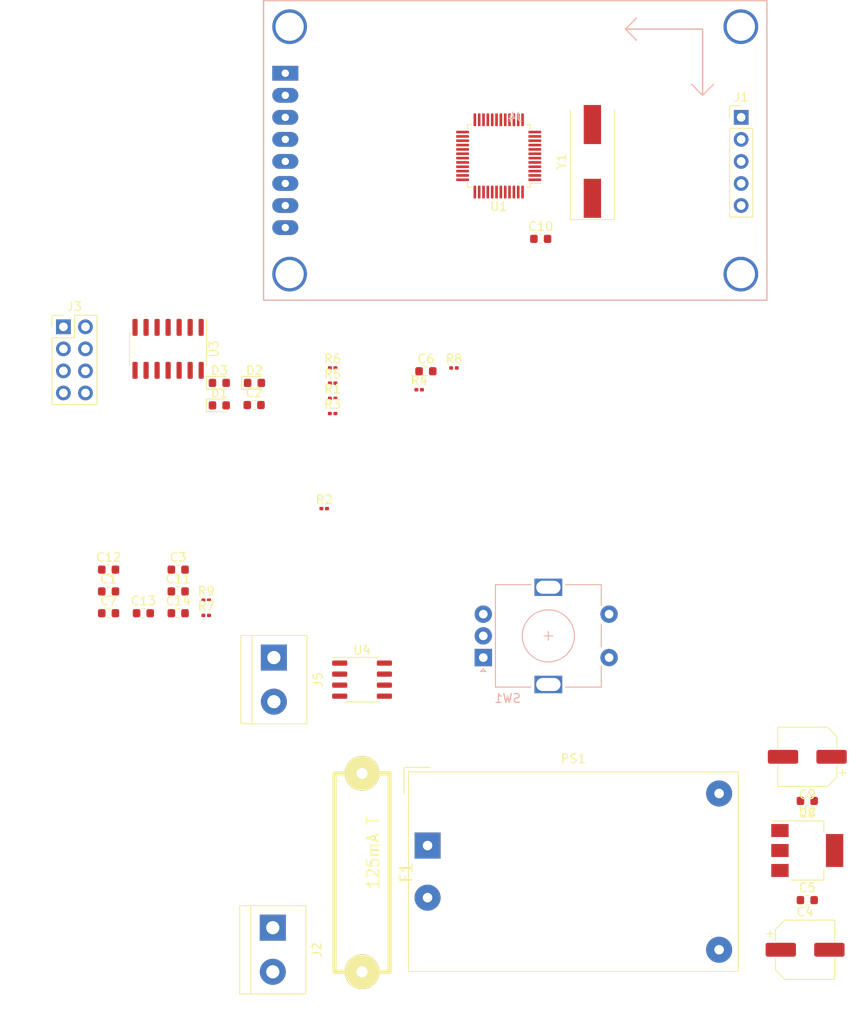
<source format=kicad_pcb>
(kicad_pcb (version 20171130) (host pcbnew 5.1.8)

  (general
    (thickness 1.6)
    (drawings 0)
    (tracks 0)
    (zones 0)
    (modules 39)
    (nets 38)
  )

  (page A4)
  (layers
    (0 F.Cu signal)
    (31 B.Cu signal)
    (32 B.Adhes user)
    (33 F.Adhes user)
    (34 B.Paste user)
    (35 F.Paste user)
    (36 B.SilkS user)
    (37 F.SilkS user)
    (38 B.Mask user)
    (39 F.Mask user)
    (40 Dwgs.User user)
    (41 Cmts.User user)
    (42 Eco1.User user)
    (43 Eco2.User user)
    (44 Edge.Cuts user)
    (45 Margin user)
    (46 B.CrtYd user)
    (47 F.CrtYd user)
    (48 B.Fab user)
    (49 F.Fab user)
  )

  (setup
    (last_trace_width 0.25)
    (trace_clearance 0.2)
    (zone_clearance 0.508)
    (zone_45_only no)
    (trace_min 0.2)
    (via_size 0.8)
    (via_drill 0.4)
    (via_min_size 0.4)
    (via_min_drill 0.3)
    (uvia_size 0.3)
    (uvia_drill 0.1)
    (uvias_allowed no)
    (uvia_min_size 0.2)
    (uvia_min_drill 0.1)
    (edge_width 0.05)
    (segment_width 0.2)
    (pcb_text_width 0.3)
    (pcb_text_size 1.5 1.5)
    (mod_edge_width 0.12)
    (mod_text_size 1 1)
    (mod_text_width 0.15)
    (pad_size 1.524 1.524)
    (pad_drill 0.762)
    (pad_to_mask_clearance 0.05)
    (aux_axis_origin 0 0)
    (visible_elements FFFFFF7F)
    (pcbplotparams
      (layerselection 0x010fc_ffffffff)
      (usegerberextensions false)
      (usegerberattributes true)
      (usegerberadvancedattributes true)
      (creategerberjobfile true)
      (excludeedgelayer true)
      (linewidth 0.100000)
      (plotframeref false)
      (viasonmask false)
      (mode 1)
      (useauxorigin false)
      (hpglpennumber 1)
      (hpglpenspeed 20)
      (hpglpendiameter 15.000000)
      (psnegative false)
      (psa4output false)
      (plotreference true)
      (plotvalue true)
      (plotinvisibletext false)
      (padsonsilk false)
      (subtractmaskfromsilk false)
      (outputformat 1)
      (mirror false)
      (drillshape 1)
      (scaleselection 1)
      (outputdirectory ""))
  )

  (net 0 "")
  (net 1 GND)
  (net 2 NRST)
  (net 3 "Net-(C2-Pad1)")
  (net 4 "Net-(C3-Pad1)")
  (net 5 +5V)
  (net 6 +3V3)
  (net 7 ENC_A)
  (net 8 ENC_B)
  (net 9 ENC_BUTTON)
  (net 10 "Net-(D1-Pad2)")
  (net 11 "Net-(D2-Pad2)")
  (net 12 "Net-(D3-Pad2)")
  (net 13 "Net-(F1-Pad1)")
  (net 14 "Net-(F1-Pad2)")
  (net 15 SWCLK)
  (net 16 SWDIO)
  (net 17 "Net-(J3-Pad7)")
  (net 18 "Net-(J3-Pad5)")
  (net 19 "Net-(J3-Pad3)")
  (net 20 "Net-(J3-Pad1)")
  (net 21 DISP_CS)
  (net 22 DISP_RST)
  (net 23 DISP_DC)
  (net 24 MOSI)
  (net 25 SCK)
  (net 26 DISP_LED)
  (net 27 "Net-(J5-Pad2)")
  (net 28 "Net-(J5-Pad1)")
  (net 29 /BOOT1)
  (net 30 STATUS_LED)
  (net 31 OUT3)
  (net 32 OUT2)
  (net 33 OUT1)
  (net 34 MAX6675_CS)
  (net 35 OUT4)
  (net 36 MISO)
  (net 37 "Net-(J2-Pad1)")

  (net_class Default "This is the default net class."
    (clearance 0.2)
    (trace_width 0.25)
    (via_dia 0.8)
    (via_drill 0.4)
    (uvia_dia 0.3)
    (uvia_drill 0.1)
    (add_net +3V3)
    (add_net +5V)
    (add_net /BOOT1)
    (add_net DISP_CS)
    (add_net DISP_DC)
    (add_net DISP_LED)
    (add_net DISP_RST)
    (add_net ENC_A)
    (add_net ENC_B)
    (add_net ENC_BUTTON)
    (add_net GND)
    (add_net MAX6675_CS)
    (add_net MISO)
    (add_net MOSI)
    (add_net NRST)
    (add_net "Net-(C2-Pad1)")
    (add_net "Net-(C3-Pad1)")
    (add_net "Net-(D1-Pad2)")
    (add_net "Net-(D2-Pad2)")
    (add_net "Net-(D3-Pad2)")
    (add_net "Net-(F1-Pad1)")
    (add_net "Net-(F1-Pad2)")
    (add_net "Net-(J2-Pad1)")
    (add_net "Net-(J3-Pad1)")
    (add_net "Net-(J3-Pad3)")
    (add_net "Net-(J3-Pad5)")
    (add_net "Net-(J3-Pad7)")
    (add_net "Net-(J5-Pad1)")
    (add_net "Net-(J5-Pad2)")
    (add_net "Net-(U1-Pad1)")
    (add_net "Net-(U1-Pad12)")
    (add_net "Net-(U1-Pad13)")
    (add_net "Net-(U1-Pad18)")
    (add_net "Net-(U1-Pad19)")
    (add_net "Net-(U1-Pad21)")
    (add_net "Net-(U1-Pad25)")
    (add_net "Net-(U1-Pad26)")
    (add_net "Net-(U1-Pad27)")
    (add_net "Net-(U1-Pad28)")
    (add_net "Net-(U1-Pad3)")
    (add_net "Net-(U1-Pad31)")
    (add_net "Net-(U1-Pad32)")
    (add_net "Net-(U1-Pad33)")
    (add_net "Net-(U1-Pad38)")
    (add_net "Net-(U1-Pad4)")
    (add_net "Net-(U1-Pad46)")
    (add_net "Net-(U4-Pad8)")
    (add_net OUT1)
    (add_net OUT2)
    (add_net OUT3)
    (add_net OUT4)
    (add_net SCK)
    (add_net STATUS_LED)
    (add_net SWCLK)
    (add_net SWDIO)
  )

  (module misc:ST7735_DISPLAY (layer B.Cu) (tedit 5FF20330) (tstamp 5FF2AAB1)
    (at 121.285 85.09 180)
    (path /5FAA3984)
    (fp_text reference J4 (at 0 3.81) (layer B.SilkS)
      (effects (font (size 1 1) (thickness 0.15)) (justify mirror))
    )
    (fp_text value Conn_01x08 (at 0 6.35) (layer B.Fab)
      (effects (font (size 1 1) (thickness 0.15)) (justify mirror))
    )
    (fp_line (start -13.97 15.24) (end -12.7 13.97) (layer B.SilkS) (width 0.15))
    (fp_line (start -13.97 12.7) (end -12.7 13.97) (layer B.SilkS) (width 0.15))
    (fp_line (start -21.59 13.97) (end -12.7 13.97) (layer B.SilkS) (width 0.15))
    (fp_line (start -21.59 6.35) (end -20.32 7.62) (layer B.SilkS) (width 0.15))
    (fp_line (start -22.86 7.62) (end -21.59 6.35) (layer B.SilkS) (width 0.15))
    (fp_line (start -21.59 6.35) (end -22.86 7.62) (layer B.SilkS) (width 0.15))
    (fp_line (start -21.59 13.97) (end -21.59 6.35) (layer B.SilkS) (width 0.15))
    (fp_line (start 29 0) (end 29 17.25) (layer B.SilkS) (width 0.15))
    (fp_line (start 29 0) (end 29 -17.25) (layer B.SilkS) (width 0.15))
    (fp_line (start -29 0) (end -29 17.25) (layer B.SilkS) (width 0.15))
    (fp_line (start -29 0) (end -29 -17.25) (layer B.SilkS) (width 0.15))
    (fp_line (start -29 -17.25) (end 29 -17.25) (layer B.SilkS) (width 0.15))
    (fp_line (start 29 17.25) (end -29 17.25) (layer B.SilkS) (width 0.15))
    (pad 8 thru_hole oval (at 26.5 -8.89 180) (size 3 1.7) (drill 0.85) (layers *.Cu *.Mask)
      (net 6 +3V3))
    (pad 7 thru_hole oval (at 26.5 -6.35) (size 3 1.7) (drill 0.85) (layers *.Cu *.Mask)
      (net 1 GND))
    (pad 6 thru_hole oval (at 26.5 -3.81 180) (size 3 1.7) (drill 0.85) (layers *.Cu *.Mask)
      (net 21 DISP_CS))
    (pad 1 thru_hole rect (at 26.5 8.89 180) (size 3 1.7) (drill 0.85) (layers *.Cu *.Mask)
      (net 26 DISP_LED))
    (pad 2 thru_hole oval (at 26.5 6.35 180) (size 3 1.7) (drill 0.85) (layers *.Cu *.Mask)
      (net 25 SCK))
    (pad 3 thru_hole oval (at 26.5 3.81 180) (size 3 1.7) (drill 0.85) (layers *.Cu *.Mask)
      (net 24 MOSI))
    (pad 4 thru_hole oval (at 26.5 1.27 180) (size 3 1.7) (drill 0.85) (layers *.Cu *.Mask)
      (net 23 DISP_DC))
    (pad 5 thru_hole oval (at 26.5 -1.27 180) (size 3 1.7) (drill 0.85) (layers *.Cu *.Mask)
      (net 22 DISP_RST))
    (pad "" thru_hole circle (at -26 -14.25 180) (size 4 4) (drill 3.25) (layers *.Cu *.Mask))
    (pad "" thru_hole circle (at -26 14.25 180) (size 4 4) (drill 3.25) (layers *.Cu *.Mask))
    (pad "" thru_hole circle (at 26 -14.25 180) (size 4 4) (drill 3.25) (layers *.Cu *.Mask))
    (pad "" thru_hole circle (at 26 14.25 180) (size 4 4) (drill 3.25) (layers *.Cu *.Mask))
  )

  (module misc:Converter_ACDC_Hi-Link_HLK-5MXX_THT (layer F.Cu) (tedit 5B7EDDAE) (tstamp 5FA61078)
    (at 111.18 165.165)
    (descr http://www.hlktech.net/product_detail.php?ProId=60)
    (tags "ACDC-Converter 5W Hi-Link HLK-5MXX THT")
    (path /5F8B83C2)
    (fp_text reference PS1 (at 16.8 -10) (layer F.SilkS)
      (effects (font (size 1 1) (thickness 0.15)))
    )
    (fp_text value HLK-5M05 (at 16.8 1) (layer F.Fab)
      (effects (font (size 1 1) (thickness 0.15)))
    )
    (fp_text user %R (at 16.8 3) (layer F.Fab)
      (effects (font (size 1 1) (thickness 0.15)))
    )
    (fp_line (start -2.2 -8.5) (end -2.19 -8.5) (layer F.SilkS) (width 0.12))
    (fp_line (start -2.19 -8.5) (end 35.79 -8.5) (layer F.SilkS) (width 0.12))
    (fp_line (start 35.79 -8.5) (end 35.8 -8.5) (layer F.SilkS) (width 0.12))
    (fp_line (start 35.8 -8.5) (end 35.8 -8.49) (layer F.SilkS) (width 0.12))
    (fp_line (start 35.8 -8.49) (end 35.8 14.49) (layer F.SilkS) (width 0.12))
    (fp_line (start 35.8 14.49) (end 35.8 14.5) (layer F.SilkS) (width 0.12))
    (fp_line (start 35.8 14.5) (end 35.79 14.5) (layer F.SilkS) (width 0.12))
    (fp_line (start 35.79 14.5) (end -2.19 14.5) (layer F.SilkS) (width 0.12))
    (fp_line (start -2.19 14.5) (end -2.2 14.5) (layer F.SilkS) (width 0.12))
    (fp_line (start -2.2 14.5) (end -2.2 14.49) (layer F.SilkS) (width 0.12))
    (fp_line (start -2.2 14.49) (end -2.2 -8.49) (layer F.SilkS) (width 0.12))
    (fp_line (start -2.2 -8.49) (end -2.2 -8.5) (layer F.SilkS) (width 0.12))
    (fp_line (start -2.7 -9) (end 0.3 -9) (layer F.SilkS) (width 0.12))
    (fp_line (start -2.7 -9) (end -2.7 -6) (layer F.SilkS) (width 0.12))
    (fp_line (start -2.2 -8.5) (end -2.19 -8.5) (layer F.Fab) (width 0.1))
    (fp_line (start -2.19 -8.5) (end 35.79 -8.5) (layer F.Fab) (width 0.1))
    (fp_line (start 35.79 -8.5) (end 35.8 -8.5) (layer F.Fab) (width 0.1))
    (fp_line (start 35.8 -8.5) (end 35.8 -8.49) (layer F.Fab) (width 0.1))
    (fp_line (start 35.8 -8.49) (end 35.8 14.49) (layer F.Fab) (width 0.1))
    (fp_line (start 35.8 14.49) (end 35.8 14.5) (layer F.Fab) (width 0.1))
    (fp_line (start 35.8 14.5) (end 35.79 14.5) (layer F.Fab) (width 0.1))
    (fp_line (start 35.79 14.5) (end -2.19 14.5) (layer F.Fab) (width 0.1))
    (fp_line (start -2.19 14.5) (end -2.2 14.5) (layer F.Fab) (width 0.1))
    (fp_line (start -2.2 14.5) (end -2.2 14.49) (layer F.Fab) (width 0.1))
    (fp_line (start -2.2 14.49) (end -2.2 -8.49) (layer F.Fab) (width 0.1))
    (fp_line (start -2.2 -8.49) (end -2.2 -8.5) (layer F.Fab) (width 0.1))
    (fp_line (start -2.5 -8.8) (end 0.5 -8.8) (layer F.Fab) (width 0.1))
    (fp_line (start -2.5 -8.8) (end -2.5 -5.8) (layer F.Fab) (width 0.1))
    (fp_line (start -2.45 -8.75) (end -2.44 -8.75) (layer F.CrtYd) (width 0.05))
    (fp_line (start -2.44 -8.75) (end 36.04 -8.75) (layer F.CrtYd) (width 0.05))
    (fp_line (start 36.04 -8.75) (end 36.05 -8.75) (layer F.CrtYd) (width 0.05))
    (fp_line (start 36.05 -8.75) (end 36.05 -8.74) (layer F.CrtYd) (width 0.05))
    (fp_line (start 36.05 -8.74) (end 36.05 14.74) (layer F.CrtYd) (width 0.05))
    (fp_line (start 36.05 14.74) (end 36.05 14.75) (layer F.CrtYd) (width 0.05))
    (fp_line (start 36.05 14.75) (end 36.04 14.75) (layer F.CrtYd) (width 0.05))
    (fp_line (start 36.04 14.75) (end -2.44 14.75) (layer F.CrtYd) (width 0.05))
    (fp_line (start -2.44 14.75) (end -2.45 14.75) (layer F.CrtYd) (width 0.05))
    (fp_line (start -2.45 14.75) (end -2.45 14.74) (layer F.CrtYd) (width 0.05))
    (fp_line (start -2.45 14.74) (end -2.45 -8.74) (layer F.CrtYd) (width 0.05))
    (fp_line (start -2.45 -8.74) (end -2.45 -8.75) (layer F.CrtYd) (width 0.05))
    (pad 4 thru_hole circle (at 33.6 12) (size 3 3) (drill 1.1) (layers *.Cu *.Mask)
      (net 5 +5V))
    (pad 3 thru_hole circle (at 33.6 -6) (size 3 3) (drill 1.1) (layers *.Cu *.Mask)
      (net 1 GND))
    (pad 2 thru_hole circle (at 0 6) (size 3 3) (drill 1.1) (layers *.Cu *.Mask)
      (net 37 "Net-(J2-Pad1)"))
    (pad 1 thru_hole rect (at 0 0) (size 3 3) (drill 1.1) (layers *.Cu *.Mask)
      (net 13 "Net-(F1-Pad1)"))
    (model ${KISYS3DMOD}/Converter_ACDC.3dshapes/Converter_ACDC_Hi-Link_HLK-5MXX_THT.wrl
      (at (xyz 0 0 0))
      (scale (xyz 1 1 1))
      (rotate (xyz 0 0 0))
    )
  )

  (module Package_SO:SOIC-14_3.9x8.7mm_P1.27mm (layer F.Cu) (tedit 5D9F72B1) (tstamp 5FA611B7)
    (at 81.28 107.95 270)
    (descr "SOIC, 14 Pin (JEDEC MS-012AB, https://www.analog.com/media/en/package-pcb-resources/package/pkg_pdf/soic_narrow-r/r_14.pdf), generated with kicad-footprint-generator ipc_gullwing_generator.py")
    (tags "SOIC SO")
    (path /5FB7A49F)
    (attr smd)
    (fp_text reference U3 (at 0 -5.28 90) (layer F.SilkS)
      (effects (font (size 1 1) (thickness 0.15)))
    )
    (fp_text value 74LS125 (at 0 5.28 90) (layer F.Fab)
      (effects (font (size 1 1) (thickness 0.15)))
    )
    (fp_text user %R (at 0 0 90) (layer F.Fab)
      (effects (font (size 0.98 0.98) (thickness 0.15)))
    )
    (fp_line (start 0 4.435) (end 1.95 4.435) (layer F.SilkS) (width 0.12))
    (fp_line (start 0 4.435) (end -1.95 4.435) (layer F.SilkS) (width 0.12))
    (fp_line (start 0 -4.435) (end 1.95 -4.435) (layer F.SilkS) (width 0.12))
    (fp_line (start 0 -4.435) (end -3.45 -4.435) (layer F.SilkS) (width 0.12))
    (fp_line (start -0.975 -4.325) (end 1.95 -4.325) (layer F.Fab) (width 0.1))
    (fp_line (start 1.95 -4.325) (end 1.95 4.325) (layer F.Fab) (width 0.1))
    (fp_line (start 1.95 4.325) (end -1.95 4.325) (layer F.Fab) (width 0.1))
    (fp_line (start -1.95 4.325) (end -1.95 -3.35) (layer F.Fab) (width 0.1))
    (fp_line (start -1.95 -3.35) (end -0.975 -4.325) (layer F.Fab) (width 0.1))
    (fp_line (start -3.7 -4.58) (end -3.7 4.58) (layer F.CrtYd) (width 0.05))
    (fp_line (start -3.7 4.58) (end 3.7 4.58) (layer F.CrtYd) (width 0.05))
    (fp_line (start 3.7 4.58) (end 3.7 -4.58) (layer F.CrtYd) (width 0.05))
    (fp_line (start 3.7 -4.58) (end -3.7 -4.58) (layer F.CrtYd) (width 0.05))
    (pad 14 smd roundrect (at 2.475 -3.81 270) (size 1.95 0.6) (layers F.Cu F.Paste F.Mask) (roundrect_rratio 0.25)
      (net 5 +5V))
    (pad 13 smd roundrect (at 2.475 -2.54 270) (size 1.95 0.6) (layers F.Cu F.Paste F.Mask) (roundrect_rratio 0.25)
      (net 1 GND))
    (pad 12 smd roundrect (at 2.475 -1.27 270) (size 1.95 0.6) (layers F.Cu F.Paste F.Mask) (roundrect_rratio 0.25)
      (net 35 OUT4))
    (pad 11 smd roundrect (at 2.475 0 270) (size 1.95 0.6) (layers F.Cu F.Paste F.Mask) (roundrect_rratio 0.25)
      (net 17 "Net-(J3-Pad7)"))
    (pad 10 smd roundrect (at 2.475 1.27 270) (size 1.95 0.6) (layers F.Cu F.Paste F.Mask) (roundrect_rratio 0.25)
      (net 1 GND))
    (pad 9 smd roundrect (at 2.475 2.54 270) (size 1.95 0.6) (layers F.Cu F.Paste F.Mask) (roundrect_rratio 0.25)
      (net 31 OUT3))
    (pad 8 smd roundrect (at 2.475 3.81 270) (size 1.95 0.6) (layers F.Cu F.Paste F.Mask) (roundrect_rratio 0.25)
      (net 18 "Net-(J3-Pad5)"))
    (pad 7 smd roundrect (at -2.475 3.81 270) (size 1.95 0.6) (layers F.Cu F.Paste F.Mask) (roundrect_rratio 0.25)
      (net 1 GND))
    (pad 6 smd roundrect (at -2.475 2.54 270) (size 1.95 0.6) (layers F.Cu F.Paste F.Mask) (roundrect_rratio 0.25)
      (net 19 "Net-(J3-Pad3)"))
    (pad 5 smd roundrect (at -2.475 1.27 270) (size 1.95 0.6) (layers F.Cu F.Paste F.Mask) (roundrect_rratio 0.25)
      (net 32 OUT2))
    (pad 4 smd roundrect (at -2.475 0 270) (size 1.95 0.6) (layers F.Cu F.Paste F.Mask) (roundrect_rratio 0.25)
      (net 1 GND))
    (pad 3 smd roundrect (at -2.475 -1.27 270) (size 1.95 0.6) (layers F.Cu F.Paste F.Mask) (roundrect_rratio 0.25)
      (net 20 "Net-(J3-Pad1)"))
    (pad 2 smd roundrect (at -2.475 -2.54 270) (size 1.95 0.6) (layers F.Cu F.Paste F.Mask) (roundrect_rratio 0.25)
      (net 33 OUT1))
    (pad 1 smd roundrect (at -2.475 -3.81 270) (size 1.95 0.6) (layers F.Cu F.Paste F.Mask) (roundrect_rratio 0.25)
      (net 1 GND))
    (model ${KISYS3DMOD}/Package_SO.3dshapes/SOIC-14_3.9x8.7mm_P1.27mm.wrl
      (at (xyz 0 0 0))
      (scale (xyz 1 1 1))
      (rotate (xyz 0 0 0))
    )
  )

  (module Package_TO_SOT_SMD:SOT-223-3_TabPin2 (layer F.Cu) (tedit 5A02FF57) (tstamp 5FA6655A)
    (at 154.94 165.735)
    (descr "module CMS SOT223 4 pins")
    (tags "CMS SOT")
    (path /5F92E2F4)
    (attr smd)
    (fp_text reference U2 (at 0 -4.5) (layer F.SilkS)
      (effects (font (size 1 1) (thickness 0.15)))
    )
    (fp_text value LM1117-3.3 (at 0 4.5) (layer F.Fab)
      (effects (font (size 1 1) (thickness 0.15)))
    )
    (fp_text user %R (at 0 0 90) (layer F.Fab)
      (effects (font (size 0.8 0.8) (thickness 0.12)))
    )
    (fp_line (start 1.91 3.41) (end 1.91 2.15) (layer F.SilkS) (width 0.12))
    (fp_line (start 1.91 -3.41) (end 1.91 -2.15) (layer F.SilkS) (width 0.12))
    (fp_line (start 4.4 -3.6) (end -4.4 -3.6) (layer F.CrtYd) (width 0.05))
    (fp_line (start 4.4 3.6) (end 4.4 -3.6) (layer F.CrtYd) (width 0.05))
    (fp_line (start -4.4 3.6) (end 4.4 3.6) (layer F.CrtYd) (width 0.05))
    (fp_line (start -4.4 -3.6) (end -4.4 3.6) (layer F.CrtYd) (width 0.05))
    (fp_line (start -1.85 -2.35) (end -0.85 -3.35) (layer F.Fab) (width 0.1))
    (fp_line (start -1.85 -2.35) (end -1.85 3.35) (layer F.Fab) (width 0.1))
    (fp_line (start -1.85 3.41) (end 1.91 3.41) (layer F.SilkS) (width 0.12))
    (fp_line (start -0.85 -3.35) (end 1.85 -3.35) (layer F.Fab) (width 0.1))
    (fp_line (start -4.1 -3.41) (end 1.91 -3.41) (layer F.SilkS) (width 0.12))
    (fp_line (start -1.85 3.35) (end 1.85 3.35) (layer F.Fab) (width 0.1))
    (fp_line (start 1.85 -3.35) (end 1.85 3.35) (layer F.Fab) (width 0.1))
    (pad 1 smd rect (at -3.15 -2.3) (size 2 1.5) (layers F.Cu F.Paste F.Mask)
      (net 1 GND))
    (pad 3 smd rect (at -3.15 2.3) (size 2 1.5) (layers F.Cu F.Paste F.Mask)
      (net 5 +5V))
    (pad 2 smd rect (at -3.15 0) (size 2 1.5) (layers F.Cu F.Paste F.Mask)
      (net 6 +3V3))
    (pad 2 smd rect (at 3.15 0) (size 2 3.8) (layers F.Cu F.Paste F.Mask)
      (net 6 +3V3))
    (model ${KISYS3DMOD}/Package_TO_SOT_SMD.3dshapes/SOT-223.wrl
      (at (xyz 0 0 0))
      (scale (xyz 1 1 1))
      (rotate (xyz 0 0 0))
    )
  )

  (module misc:fuse22.5 (layer F.Cu) (tedit 545E9FB3) (tstamp 5FA60FE1)
    (at 103.632 168.275 270)
    (descr "Resitance 7 pas")
    (tags R)
    (path /5F8BA060)
    (autoplace_cost180 10)
    (fp_text reference F1 (at 0 -5.08 90) (layer F.SilkS)
      (effects (font (size 1.397 1.27) (thickness 0.2032)))
    )
    (fp_text value "125mA T" (at -2.286 -1.27 90) (layer F.SilkS)
      (effects (font (size 1.397 1.27) (thickness 0.2032)))
    )
    (fp_line (start 11.43 -3.175) (end 11.43 3.175) (layer F.SilkS) (width 0.15))
    (fp_line (start -11.43 -3.175) (end 11.43 -3.175) (layer F.SilkS) (width 0.15))
    (fp_line (start 11.43 3.175) (end 11.43 -3.175) (layer F.SilkS) (width 0.5))
    (fp_line (start -11.43 3.175) (end 11.43 3.175) (layer F.SilkS) (width 0.5))
    (fp_line (start -11.43 -3.175) (end -11.43 3.175) (layer F.SilkS) (width 0.5))
    (fp_line (start 11.43 -3.175) (end -11.43 -3.175) (layer F.SilkS) (width 0.5))
    (pad 1 thru_hole circle (at -11.43 0 270) (size 4.0005 4.0005) (drill 1.27) (layers *.Cu *.Mask F.SilkS)
      (net 13 "Net-(F1-Pad1)"))
    (pad 2 thru_hole circle (at 11.43 0 270) (size 4.0005 4.0005) (drill 1.27) (layers *.Cu *.Mask F.SilkS)
      (net 14 "Net-(F1-Pad2)"))
    (model discret/resistor.wrl
      (at (xyz 0 0 0))
      (scale (xyz 0.7 0.7 0.7))
      (rotate (xyz 0 0 0))
    )
  )

  (module TerminalBlock:TerminalBlock_bornier-2_P5.08mm (layer F.Cu) (tedit 59FF03AB) (tstamp 5FA635DB)
    (at 93.345 174.625 270)
    (descr "simple 2-pin terminal block, pitch 5.08mm, revamped version of bornier2")
    (tags "terminal block bornier2")
    (path /5FA85DCE)
    (fp_text reference J2 (at 2.54 -5.08 90) (layer F.SilkS)
      (effects (font (size 1 1) (thickness 0.15)))
    )
    (fp_text value Screw_Terminal_01x02 (at 2.54 5.08 90) (layer F.Fab)
      (effects (font (size 1 1) (thickness 0.15)))
    )
    (fp_line (start 7.79 4) (end -2.71 4) (layer F.CrtYd) (width 0.05))
    (fp_line (start 7.79 4) (end 7.79 -4) (layer F.CrtYd) (width 0.05))
    (fp_line (start -2.71 -4) (end -2.71 4) (layer F.CrtYd) (width 0.05))
    (fp_line (start -2.71 -4) (end 7.79 -4) (layer F.CrtYd) (width 0.05))
    (fp_line (start -2.54 3.81) (end 7.62 3.81) (layer F.SilkS) (width 0.12))
    (fp_line (start -2.54 -3.81) (end -2.54 3.81) (layer F.SilkS) (width 0.12))
    (fp_line (start 7.62 -3.81) (end -2.54 -3.81) (layer F.SilkS) (width 0.12))
    (fp_line (start 7.62 3.81) (end 7.62 -3.81) (layer F.SilkS) (width 0.12))
    (fp_line (start 7.62 2.54) (end -2.54 2.54) (layer F.SilkS) (width 0.12))
    (fp_line (start 7.54 -3.75) (end -2.46 -3.75) (layer F.Fab) (width 0.1))
    (fp_line (start 7.54 3.75) (end 7.54 -3.75) (layer F.Fab) (width 0.1))
    (fp_line (start -2.46 3.75) (end 7.54 3.75) (layer F.Fab) (width 0.1))
    (fp_line (start -2.46 -3.75) (end -2.46 3.75) (layer F.Fab) (width 0.1))
    (fp_line (start -2.41 2.55) (end 7.49 2.55) (layer F.Fab) (width 0.1))
    (fp_text user %R (at 2.54 0 90) (layer F.Fab)
      (effects (font (size 1 1) (thickness 0.15)))
    )
    (pad 2 thru_hole circle (at 5.08 0 270) (size 3 3) (drill 1.52) (layers *.Cu *.Mask)
      (net 14 "Net-(F1-Pad2)"))
    (pad 1 thru_hole rect (at 0 0 270) (size 3 3) (drill 1.52) (layers *.Cu *.Mask)
      (net 37 "Net-(J2-Pad1)"))
    (model ${KISYS3DMOD}/TerminalBlock.3dshapes/TerminalBlock_bornier-2_P5.08mm.wrl
      (offset (xyz 2.539999961853027 0 0))
      (scale (xyz 1 1 1))
      (rotate (xyz 0 0 0))
    )
  )

  (module Crystal:Crystal_SMD_HC49-SD (layer F.Cu) (tedit 5A1AD52C) (tstamp 5FA611E7)
    (at 130.175 86.36 90)
    (descr "SMD Crystal HC-49-SD http://cdn-reichelt.de/documents/datenblatt/B400/xxx-HC49-SMD.pdf, 11.4x4.7mm^2 package")
    (tags "SMD SMT crystal")
    (path /5F7CE1A3)
    (attr smd)
    (fp_text reference Y1 (at 0 -3.55 90) (layer F.SilkS)
      (effects (font (size 1 1) (thickness 0.15)))
    )
    (fp_text value 8MHz (at 0 3.55 90) (layer F.Fab)
      (effects (font (size 1 1) (thickness 0.15)))
    )
    (fp_line (start 6.8 -2.6) (end -6.8 -2.6) (layer F.CrtYd) (width 0.05))
    (fp_line (start 6.8 2.6) (end 6.8 -2.6) (layer F.CrtYd) (width 0.05))
    (fp_line (start -6.8 2.6) (end 6.8 2.6) (layer F.CrtYd) (width 0.05))
    (fp_line (start -6.8 -2.6) (end -6.8 2.6) (layer F.CrtYd) (width 0.05))
    (fp_line (start -6.7 2.55) (end 5.9 2.55) (layer F.SilkS) (width 0.12))
    (fp_line (start -6.7 -2.55) (end -6.7 2.55) (layer F.SilkS) (width 0.12))
    (fp_line (start 5.9 -2.55) (end -6.7 -2.55) (layer F.SilkS) (width 0.12))
    (fp_line (start -3.015 2.115) (end 3.015 2.115) (layer F.Fab) (width 0.1))
    (fp_line (start -3.015 -2.115) (end 3.015 -2.115) (layer F.Fab) (width 0.1))
    (fp_line (start 5.7 -2.35) (end -5.7 -2.35) (layer F.Fab) (width 0.1))
    (fp_line (start 5.7 2.35) (end 5.7 -2.35) (layer F.Fab) (width 0.1))
    (fp_line (start -5.7 2.35) (end 5.7 2.35) (layer F.Fab) (width 0.1))
    (fp_line (start -5.7 -2.35) (end -5.7 2.35) (layer F.Fab) (width 0.1))
    (fp_arc (start 3.015 0) (end 3.015 -2.115) (angle 180) (layer F.Fab) (width 0.1))
    (fp_arc (start -3.015 0) (end -3.015 -2.115) (angle -180) (layer F.Fab) (width 0.1))
    (fp_text user %R (at 0 0 90) (layer F.Fab)
      (effects (font (size 1 1) (thickness 0.15)))
    )
    (pad 2 smd rect (at 4.25 0 90) (size 4.5 2) (layers F.Cu F.Paste F.Mask)
      (net 4 "Net-(C3-Pad1)"))
    (pad 1 smd rect (at -4.25 0 90) (size 4.5 2) (layers F.Cu F.Paste F.Mask)
      (net 3 "Net-(C2-Pad1)"))
    (model ${KISYS3DMOD}/Crystal.3dshapes/Crystal_SMD_HC49-SD.wrl
      (at (xyz 0 0 0))
      (scale (xyz 1 1 1))
      (rotate (xyz 0 0 0))
    )
  )

  (module Package_SO:SO-8_3.9x4.9mm_P1.27mm (layer F.Cu) (tedit 5D9F72B1) (tstamp 5FA611D1)
    (at 103.632 146.05)
    (descr "SO, 8 Pin (https://www.nxp.com/docs/en/data-sheet/PCF8523.pdf), generated with kicad-footprint-generator ipc_gullwing_generator.py")
    (tags "SO SO")
    (path /5FB1037C)
    (attr smd)
    (fp_text reference U4 (at 0 -3.4) (layer F.SilkS)
      (effects (font (size 1 1) (thickness 0.15)))
    )
    (fp_text value MAX6675 (at 0 3.4) (layer F.Fab)
      (effects (font (size 1 1) (thickness 0.15)))
    )
    (fp_line (start 3.7 -2.7) (end -3.7 -2.7) (layer F.CrtYd) (width 0.05))
    (fp_line (start 3.7 2.7) (end 3.7 -2.7) (layer F.CrtYd) (width 0.05))
    (fp_line (start -3.7 2.7) (end 3.7 2.7) (layer F.CrtYd) (width 0.05))
    (fp_line (start -3.7 -2.7) (end -3.7 2.7) (layer F.CrtYd) (width 0.05))
    (fp_line (start -1.95 -1.475) (end -0.975 -2.45) (layer F.Fab) (width 0.1))
    (fp_line (start -1.95 2.45) (end -1.95 -1.475) (layer F.Fab) (width 0.1))
    (fp_line (start 1.95 2.45) (end -1.95 2.45) (layer F.Fab) (width 0.1))
    (fp_line (start 1.95 -2.45) (end 1.95 2.45) (layer F.Fab) (width 0.1))
    (fp_line (start -0.975 -2.45) (end 1.95 -2.45) (layer F.Fab) (width 0.1))
    (fp_line (start 0 -2.56) (end -3.45 -2.56) (layer F.SilkS) (width 0.12))
    (fp_line (start 0 -2.56) (end 1.95 -2.56) (layer F.SilkS) (width 0.12))
    (fp_line (start 0 2.56) (end -1.95 2.56) (layer F.SilkS) (width 0.12))
    (fp_line (start 0 2.56) (end 1.95 2.56) (layer F.SilkS) (width 0.12))
    (fp_text user %R (at 0 0) (layer F.Fab)
      (effects (font (size 0.98 0.98) (thickness 0.15)))
    )
    (pad 8 smd roundrect (at 2.575 -1.905) (size 1.75 0.6) (layers F.Cu F.Paste F.Mask) (roundrect_rratio 0.25))
    (pad 7 smd roundrect (at 2.575 -0.635) (size 1.75 0.6) (layers F.Cu F.Paste F.Mask) (roundrect_rratio 0.25)
      (net 36 MISO))
    (pad 6 smd roundrect (at 2.575 0.635) (size 1.75 0.6) (layers F.Cu F.Paste F.Mask) (roundrect_rratio 0.25)
      (net 34 MAX6675_CS))
    (pad 5 smd roundrect (at 2.575 1.905) (size 1.75 0.6) (layers F.Cu F.Paste F.Mask) (roundrect_rratio 0.25)
      (net 25 SCK))
    (pad 4 smd roundrect (at -2.575 1.905) (size 1.75 0.6) (layers F.Cu F.Paste F.Mask) (roundrect_rratio 0.25)
      (net 6 +3V3))
    (pad 3 smd roundrect (at -2.575 0.635) (size 1.75 0.6) (layers F.Cu F.Paste F.Mask) (roundrect_rratio 0.25)
      (net 28 "Net-(J5-Pad1)"))
    (pad 2 smd roundrect (at -2.575 -0.635) (size 1.75 0.6) (layers F.Cu F.Paste F.Mask) (roundrect_rratio 0.25)
      (net 27 "Net-(J5-Pad2)"))
    (pad 1 smd roundrect (at -2.575 -1.905) (size 1.75 0.6) (layers F.Cu F.Paste F.Mask) (roundrect_rratio 0.25)
      (net 1 GND))
    (model ${KISYS3DMOD}/Package_SO.3dshapes/SO-8_3.9x4.9mm_P1.27mm.wrl
      (at (xyz 0 0 0))
      (scale (xyz 1 1 1))
      (rotate (xyz 0 0 0))
    )
  )

  (module Package_QFP:LQFP-48_7x7mm_P0.5mm (layer F.Cu) (tedit 5D9F72AF) (tstamp 5FA61192)
    (at 119.38 85.725 180)
    (descr "LQFP, 48 Pin (https://www.analog.com/media/en/technical-documentation/data-sheets/ltc2358-16.pdf), generated with kicad-footprint-generator ipc_gullwing_generator.py")
    (tags "LQFP QFP")
    (path /5F7A07F5)
    (attr smd)
    (fp_text reference U1 (at 0 -5.85) (layer F.SilkS)
      (effects (font (size 1 1) (thickness 0.15)))
    )
    (fp_text value STM32F103C8Tx (at 0 5.85) (layer F.Fab)
      (effects (font (size 1 1) (thickness 0.15)))
    )
    (fp_line (start 5.15 3.15) (end 5.15 0) (layer F.CrtYd) (width 0.05))
    (fp_line (start 3.75 3.15) (end 5.15 3.15) (layer F.CrtYd) (width 0.05))
    (fp_line (start 3.75 3.75) (end 3.75 3.15) (layer F.CrtYd) (width 0.05))
    (fp_line (start 3.15 3.75) (end 3.75 3.75) (layer F.CrtYd) (width 0.05))
    (fp_line (start 3.15 5.15) (end 3.15 3.75) (layer F.CrtYd) (width 0.05))
    (fp_line (start 0 5.15) (end 3.15 5.15) (layer F.CrtYd) (width 0.05))
    (fp_line (start -5.15 3.15) (end -5.15 0) (layer F.CrtYd) (width 0.05))
    (fp_line (start -3.75 3.15) (end -5.15 3.15) (layer F.CrtYd) (width 0.05))
    (fp_line (start -3.75 3.75) (end -3.75 3.15) (layer F.CrtYd) (width 0.05))
    (fp_line (start -3.15 3.75) (end -3.75 3.75) (layer F.CrtYd) (width 0.05))
    (fp_line (start -3.15 5.15) (end -3.15 3.75) (layer F.CrtYd) (width 0.05))
    (fp_line (start 0 5.15) (end -3.15 5.15) (layer F.CrtYd) (width 0.05))
    (fp_line (start 5.15 -3.15) (end 5.15 0) (layer F.CrtYd) (width 0.05))
    (fp_line (start 3.75 -3.15) (end 5.15 -3.15) (layer F.CrtYd) (width 0.05))
    (fp_line (start 3.75 -3.75) (end 3.75 -3.15) (layer F.CrtYd) (width 0.05))
    (fp_line (start 3.15 -3.75) (end 3.75 -3.75) (layer F.CrtYd) (width 0.05))
    (fp_line (start 3.15 -5.15) (end 3.15 -3.75) (layer F.CrtYd) (width 0.05))
    (fp_line (start 0 -5.15) (end 3.15 -5.15) (layer F.CrtYd) (width 0.05))
    (fp_line (start -5.15 -3.15) (end -5.15 0) (layer F.CrtYd) (width 0.05))
    (fp_line (start -3.75 -3.15) (end -5.15 -3.15) (layer F.CrtYd) (width 0.05))
    (fp_line (start -3.75 -3.75) (end -3.75 -3.15) (layer F.CrtYd) (width 0.05))
    (fp_line (start -3.15 -3.75) (end -3.75 -3.75) (layer F.CrtYd) (width 0.05))
    (fp_line (start -3.15 -5.15) (end -3.15 -3.75) (layer F.CrtYd) (width 0.05))
    (fp_line (start 0 -5.15) (end -3.15 -5.15) (layer F.CrtYd) (width 0.05))
    (fp_line (start -3.5 -2.5) (end -2.5 -3.5) (layer F.Fab) (width 0.1))
    (fp_line (start -3.5 3.5) (end -3.5 -2.5) (layer F.Fab) (width 0.1))
    (fp_line (start 3.5 3.5) (end -3.5 3.5) (layer F.Fab) (width 0.1))
    (fp_line (start 3.5 -3.5) (end 3.5 3.5) (layer F.Fab) (width 0.1))
    (fp_line (start -2.5 -3.5) (end 3.5 -3.5) (layer F.Fab) (width 0.1))
    (fp_line (start -3.61 -3.16) (end -4.9 -3.16) (layer F.SilkS) (width 0.12))
    (fp_line (start -3.61 -3.61) (end -3.61 -3.16) (layer F.SilkS) (width 0.12))
    (fp_line (start -3.16 -3.61) (end -3.61 -3.61) (layer F.SilkS) (width 0.12))
    (fp_line (start 3.61 -3.61) (end 3.61 -3.16) (layer F.SilkS) (width 0.12))
    (fp_line (start 3.16 -3.61) (end 3.61 -3.61) (layer F.SilkS) (width 0.12))
    (fp_line (start -3.61 3.61) (end -3.61 3.16) (layer F.SilkS) (width 0.12))
    (fp_line (start -3.16 3.61) (end -3.61 3.61) (layer F.SilkS) (width 0.12))
    (fp_line (start 3.61 3.61) (end 3.61 3.16) (layer F.SilkS) (width 0.12))
    (fp_line (start 3.16 3.61) (end 3.61 3.61) (layer F.SilkS) (width 0.12))
    (fp_text user %R (at 0 0) (layer F.Fab)
      (effects (font (size 1 1) (thickness 0.15)))
    )
    (pad 48 smd roundrect (at -2.75 -4.1625 180) (size 0.3 1.475) (layers F.Cu F.Paste F.Mask) (roundrect_rratio 0.25)
      (net 6 +3V3))
    (pad 47 smd roundrect (at -2.25 -4.1625 180) (size 0.3 1.475) (layers F.Cu F.Paste F.Mask) (roundrect_rratio 0.25)
      (net 1 GND))
    (pad 46 smd roundrect (at -1.75 -4.1625 180) (size 0.3 1.475) (layers F.Cu F.Paste F.Mask) (roundrect_rratio 0.25))
    (pad 45 smd roundrect (at -1.25 -4.1625 180) (size 0.3 1.475) (layers F.Cu F.Paste F.Mask) (roundrect_rratio 0.25)
      (net 31 OUT3))
    (pad 44 smd roundrect (at -0.75 -4.1625 180) (size 0.3 1.475) (layers F.Cu F.Paste F.Mask) (roundrect_rratio 0.25)
      (net 29 /BOOT1))
    (pad 43 smd roundrect (at -0.25 -4.1625 180) (size 0.3 1.475) (layers F.Cu F.Paste F.Mask) (roundrect_rratio 0.25)
      (net 32 OUT2))
    (pad 42 smd roundrect (at 0.25 -4.1625 180) (size 0.3 1.475) (layers F.Cu F.Paste F.Mask) (roundrect_rratio 0.25)
      (net 33 OUT1))
    (pad 41 smd roundrect (at 0.75 -4.1625 180) (size 0.3 1.475) (layers F.Cu F.Paste F.Mask) (roundrect_rratio 0.25)
      (net 8 ENC_B))
    (pad 40 smd roundrect (at 1.25 -4.1625 180) (size 0.3 1.475) (layers F.Cu F.Paste F.Mask) (roundrect_rratio 0.25)
      (net 7 ENC_A))
    (pad 39 smd roundrect (at 1.75 -4.1625 180) (size 0.3 1.475) (layers F.Cu F.Paste F.Mask) (roundrect_rratio 0.25)
      (net 9 ENC_BUTTON))
    (pad 38 smd roundrect (at 2.25 -4.1625 180) (size 0.3 1.475) (layers F.Cu F.Paste F.Mask) (roundrect_rratio 0.25))
    (pad 37 smd roundrect (at 2.75 -4.1625 180) (size 0.3 1.475) (layers F.Cu F.Paste F.Mask) (roundrect_rratio 0.25)
      (net 15 SWCLK))
    (pad 36 smd roundrect (at 4.1625 -2.75 180) (size 1.475 0.3) (layers F.Cu F.Paste F.Mask) (roundrect_rratio 0.25)
      (net 6 +3V3))
    (pad 35 smd roundrect (at 4.1625 -2.25 180) (size 1.475 0.3) (layers F.Cu F.Paste F.Mask) (roundrect_rratio 0.25)
      (net 1 GND))
    (pad 34 smd roundrect (at 4.1625 -1.75 180) (size 1.475 0.3) (layers F.Cu F.Paste F.Mask) (roundrect_rratio 0.25)
      (net 16 SWDIO))
    (pad 33 smd roundrect (at 4.1625 -1.25 180) (size 1.475 0.3) (layers F.Cu F.Paste F.Mask) (roundrect_rratio 0.25))
    (pad 32 smd roundrect (at 4.1625 -0.75 180) (size 1.475 0.3) (layers F.Cu F.Paste F.Mask) (roundrect_rratio 0.25))
    (pad 31 smd roundrect (at 4.1625 -0.25 180) (size 1.475 0.3) (layers F.Cu F.Paste F.Mask) (roundrect_rratio 0.25))
    (pad 30 smd roundrect (at 4.1625 0.25 180) (size 1.475 0.3) (layers F.Cu F.Paste F.Mask) (roundrect_rratio 0.25)
      (net 34 MAX6675_CS))
    (pad 29 smd roundrect (at 4.1625 0.75 180) (size 1.475 0.3) (layers F.Cu F.Paste F.Mask) (roundrect_rratio 0.25)
      (net 26 DISP_LED))
    (pad 28 smd roundrect (at 4.1625 1.25 180) (size 1.475 0.3) (layers F.Cu F.Paste F.Mask) (roundrect_rratio 0.25))
    (pad 27 smd roundrect (at 4.1625 1.75 180) (size 1.475 0.3) (layers F.Cu F.Paste F.Mask) (roundrect_rratio 0.25))
    (pad 26 smd roundrect (at 4.1625 2.25 180) (size 1.475 0.3) (layers F.Cu F.Paste F.Mask) (roundrect_rratio 0.25))
    (pad 25 smd roundrect (at 4.1625 2.75 180) (size 1.475 0.3) (layers F.Cu F.Paste F.Mask) (roundrect_rratio 0.25))
    (pad 24 smd roundrect (at 2.75 4.1625 180) (size 0.3 1.475) (layers F.Cu F.Paste F.Mask) (roundrect_rratio 0.25)
      (net 6 +3V3))
    (pad 23 smd roundrect (at 2.25 4.1625 180) (size 0.3 1.475) (layers F.Cu F.Paste F.Mask) (roundrect_rratio 0.25)
      (net 1 GND))
    (pad 22 smd roundrect (at 1.75 4.1625 180) (size 0.3 1.475) (layers F.Cu F.Paste F.Mask) (roundrect_rratio 0.25)
      (net 35 OUT4))
    (pad 21 smd roundrect (at 1.25 4.1625 180) (size 0.3 1.475) (layers F.Cu F.Paste F.Mask) (roundrect_rratio 0.25))
    (pad 20 smd roundrect (at 0.75 4.1625 180) (size 0.3 1.475) (layers F.Cu F.Paste F.Mask) (roundrect_rratio 0.25)
      (net 29 /BOOT1))
    (pad 19 smd roundrect (at 0.25 4.1625 180) (size 0.3 1.475) (layers F.Cu F.Paste F.Mask) (roundrect_rratio 0.25))
    (pad 18 smd roundrect (at -0.25 4.1625 180) (size 0.3 1.475) (layers F.Cu F.Paste F.Mask) (roundrect_rratio 0.25))
    (pad 17 smd roundrect (at -0.75 4.1625 180) (size 0.3 1.475) (layers F.Cu F.Paste F.Mask) (roundrect_rratio 0.25)
      (net 24 MOSI))
    (pad 16 smd roundrect (at -1.25 4.1625 180) (size 0.3 1.475) (layers F.Cu F.Paste F.Mask) (roundrect_rratio 0.25)
      (net 36 MISO))
    (pad 15 smd roundrect (at -1.75 4.1625 180) (size 0.3 1.475) (layers F.Cu F.Paste F.Mask) (roundrect_rratio 0.25)
      (net 25 SCK))
    (pad 14 smd roundrect (at -2.25 4.1625 180) (size 0.3 1.475) (layers F.Cu F.Paste F.Mask) (roundrect_rratio 0.25)
      (net 23 DISP_DC))
    (pad 13 smd roundrect (at -2.75 4.1625 180) (size 0.3 1.475) (layers F.Cu F.Paste F.Mask) (roundrect_rratio 0.25))
    (pad 12 smd roundrect (at -4.1625 2.75 180) (size 1.475 0.3) (layers F.Cu F.Paste F.Mask) (roundrect_rratio 0.25))
    (pad 11 smd roundrect (at -4.1625 2.25 180) (size 1.475 0.3) (layers F.Cu F.Paste F.Mask) (roundrect_rratio 0.25)
      (net 22 DISP_RST))
    (pad 10 smd roundrect (at -4.1625 1.75 180) (size 1.475 0.3) (layers F.Cu F.Paste F.Mask) (roundrect_rratio 0.25)
      (net 21 DISP_CS))
    (pad 9 smd roundrect (at -4.1625 1.25 180) (size 1.475 0.3) (layers F.Cu F.Paste F.Mask) (roundrect_rratio 0.25)
      (net 6 +3V3))
    (pad 8 smd roundrect (at -4.1625 0.75 180) (size 1.475 0.3) (layers F.Cu F.Paste F.Mask) (roundrect_rratio 0.25)
      (net 1 GND))
    (pad 7 smd roundrect (at -4.1625 0.25 180) (size 1.475 0.3) (layers F.Cu F.Paste F.Mask) (roundrect_rratio 0.25)
      (net 2 NRST))
    (pad 6 smd roundrect (at -4.1625 -0.25 180) (size 1.475 0.3) (layers F.Cu F.Paste F.Mask) (roundrect_rratio 0.25)
      (net 4 "Net-(C3-Pad1)"))
    (pad 5 smd roundrect (at -4.1625 -0.75 180) (size 1.475 0.3) (layers F.Cu F.Paste F.Mask) (roundrect_rratio 0.25)
      (net 3 "Net-(C2-Pad1)"))
    (pad 4 smd roundrect (at -4.1625 -1.25 180) (size 1.475 0.3) (layers F.Cu F.Paste F.Mask) (roundrect_rratio 0.25))
    (pad 3 smd roundrect (at -4.1625 -1.75 180) (size 1.475 0.3) (layers F.Cu F.Paste F.Mask) (roundrect_rratio 0.25))
    (pad 2 smd roundrect (at -4.1625 -2.25 180) (size 1.475 0.3) (layers F.Cu F.Paste F.Mask) (roundrect_rratio 0.25)
      (net 30 STATUS_LED))
    (pad 1 smd roundrect (at -4.1625 -2.75 180) (size 1.475 0.3) (layers F.Cu F.Paste F.Mask) (roundrect_rratio 0.25))
    (model ${KISYS3DMOD}/Package_QFP.3dshapes/LQFP-48_7x7mm_P0.5mm.wrl
      (at (xyz 0 0 0))
      (scale (xyz 1 1 1))
      (rotate (xyz 0 0 0))
    )
  )

  (module Rotary_Encoder:RotaryEncoder_Alps_EC11E-Switch_Vertical_H20mm (layer B.Cu) (tedit 5A74C8CB) (tstamp 5FA61137)
    (at 117.602 143.51)
    (descr "Alps rotary encoder, EC12E... with switch, vertical shaft, http://www.alps.com/prod/info/E/HTML/Encoder/Incremental/EC11/EC11E15204A3.html")
    (tags "rotary encoder")
    (path /5F9E1D4D)
    (fp_text reference SW1 (at 2.8 4.7) (layer B.SilkS)
      (effects (font (size 1 1) (thickness 0.15)) (justify mirror))
    )
    (fp_text value Rotary_Encoder_Switch (at 7.5 -10.4) (layer B.Fab)
      (effects (font (size 1 1) (thickness 0.15)) (justify mirror))
    )
    (fp_circle (center 7.5 -2.5) (end 10.5 -2.5) (layer B.Fab) (width 0.12))
    (fp_circle (center 7.5 -2.5) (end 10.5 -2.5) (layer B.SilkS) (width 0.12))
    (fp_line (start 16 -9.6) (end -1.5 -9.6) (layer B.CrtYd) (width 0.05))
    (fp_line (start 16 -9.6) (end 16 4.6) (layer B.CrtYd) (width 0.05))
    (fp_line (start -1.5 4.6) (end -1.5 -9.6) (layer B.CrtYd) (width 0.05))
    (fp_line (start -1.5 4.6) (end 16 4.6) (layer B.CrtYd) (width 0.05))
    (fp_line (start 2.5 3.3) (end 13.5 3.3) (layer B.Fab) (width 0.12))
    (fp_line (start 13.5 3.3) (end 13.5 -8.3) (layer B.Fab) (width 0.12))
    (fp_line (start 13.5 -8.3) (end 1.5 -8.3) (layer B.Fab) (width 0.12))
    (fp_line (start 1.5 -8.3) (end 1.5 2.2) (layer B.Fab) (width 0.12))
    (fp_line (start 1.5 2.2) (end 2.5 3.3) (layer B.Fab) (width 0.12))
    (fp_line (start 9.5 3.4) (end 13.6 3.4) (layer B.SilkS) (width 0.12))
    (fp_line (start 13.6 -8.4) (end 9.5 -8.4) (layer B.SilkS) (width 0.12))
    (fp_line (start 5.5 -8.4) (end 1.4 -8.4) (layer B.SilkS) (width 0.12))
    (fp_line (start 5.5 3.4) (end 1.4 3.4) (layer B.SilkS) (width 0.12))
    (fp_line (start 1.4 3.4) (end 1.4 -8.4) (layer B.SilkS) (width 0.12))
    (fp_line (start 0 1.3) (end -0.3 1.6) (layer B.SilkS) (width 0.12))
    (fp_line (start -0.3 1.6) (end 0.3 1.6) (layer B.SilkS) (width 0.12))
    (fp_line (start 0.3 1.6) (end 0 1.3) (layer B.SilkS) (width 0.12))
    (fp_line (start 7.5 0.5) (end 7.5 -5.5) (layer B.Fab) (width 0.12))
    (fp_line (start 4.5 -2.5) (end 10.5 -2.5) (layer B.Fab) (width 0.12))
    (fp_line (start 13.6 3.4) (end 13.6 1) (layer B.SilkS) (width 0.12))
    (fp_line (start 13.6 -1.2) (end 13.6 -3.8) (layer B.SilkS) (width 0.12))
    (fp_line (start 13.6 -6) (end 13.6 -8.4) (layer B.SilkS) (width 0.12))
    (fp_line (start 7.5 -2) (end 7.5 -3) (layer B.SilkS) (width 0.12))
    (fp_line (start 7 -2.5) (end 8 -2.5) (layer B.SilkS) (width 0.12))
    (fp_text user %R (at 11.1 -6.3) (layer B.Fab)
      (effects (font (size 1 1) (thickness 0.15)) (justify mirror))
    )
    (pad A thru_hole rect (at 0 0) (size 2 2) (drill 1) (layers *.Cu *.Mask)
      (net 7 ENC_A))
    (pad C thru_hole circle (at 0 -2.5) (size 2 2) (drill 1) (layers *.Cu *.Mask)
      (net 1 GND))
    (pad B thru_hole circle (at 0 -5) (size 2 2) (drill 1) (layers *.Cu *.Mask)
      (net 8 ENC_B))
    (pad MP thru_hole rect (at 7.5 3.1) (size 3.2 2) (drill oval 2.8 1.5) (layers *.Cu *.Mask))
    (pad MP thru_hole rect (at 7.5 -8.1) (size 3.2 2) (drill oval 2.8 1.5) (layers *.Cu *.Mask))
    (pad S2 thru_hole circle (at 14.5 0) (size 2 2) (drill 1) (layers *.Cu *.Mask)
      (net 1 GND))
    (pad S1 thru_hole circle (at 14.5 -5) (size 2 2) (drill 1) (layers *.Cu *.Mask)
      (net 9 ENC_BUTTON))
    (model ${KISYS3DMOD}/Rotary_Encoder.3dshapes/RotaryEncoder_Alps_EC11E-Switch_Vertical_H20mm.wrl
      (at (xyz 0 0 0))
      (scale (xyz 1 1 1))
      (rotate (xyz 0 0 0))
    )
  )

  (module Resistor_SMD:R_0201_0603Metric (layer F.Cu) (tedit 5B301BBD) (tstamp 5FA61111)
    (at 85.672 136.9)
    (descr "Resistor SMD 0201 (0603 Metric), square (rectangular) end terminal, IPC_7351 nominal, (Body size source: https://www.vishay.com/docs/20052/crcw0201e3.pdf), generated with kicad-footprint-generator")
    (tags resistor)
    (path /5FA1F31C)
    (attr smd)
    (fp_text reference R9 (at 0 -1.05) (layer F.SilkS)
      (effects (font (size 1 1) (thickness 0.15)))
    )
    (fp_text value 1k (at 0 1.05) (layer F.Fab)
      (effects (font (size 1 1) (thickness 0.15)))
    )
    (fp_line (start 0.7 0.35) (end -0.7 0.35) (layer F.CrtYd) (width 0.05))
    (fp_line (start 0.7 -0.35) (end 0.7 0.35) (layer F.CrtYd) (width 0.05))
    (fp_line (start -0.7 -0.35) (end 0.7 -0.35) (layer F.CrtYd) (width 0.05))
    (fp_line (start -0.7 0.35) (end -0.7 -0.35) (layer F.CrtYd) (width 0.05))
    (fp_line (start 0.3 0.15) (end -0.3 0.15) (layer F.Fab) (width 0.1))
    (fp_line (start 0.3 -0.15) (end 0.3 0.15) (layer F.Fab) (width 0.1))
    (fp_line (start -0.3 -0.15) (end 0.3 -0.15) (layer F.Fab) (width 0.1))
    (fp_line (start -0.3 0.15) (end -0.3 -0.15) (layer F.Fab) (width 0.1))
    (fp_text user %R (at 0 -0.68) (layer F.Fab)
      (effects (font (size 0.25 0.25) (thickness 0.04)))
    )
    (pad 2 smd roundrect (at 0.32 0) (size 0.46 0.4) (layers F.Cu F.Mask) (roundrect_rratio 0.25)
      (net 9 ENC_BUTTON))
    (pad 1 smd roundrect (at -0.32 0) (size 0.46 0.4) (layers F.Cu F.Mask) (roundrect_rratio 0.25)
      (net 6 +3V3))
    (pad "" smd roundrect (at 0.345 0) (size 0.318 0.36) (layers F.Paste) (roundrect_rratio 0.25))
    (pad "" smd roundrect (at -0.345 0) (size 0.318 0.36) (layers F.Paste) (roundrect_rratio 0.25))
    (model ${KISYS3DMOD}/Resistor_SMD.3dshapes/R_0201_0603Metric.wrl
      (at (xyz 0 0 0))
      (scale (xyz 1 1 1))
      (rotate (xyz 0 0 0))
    )
  )

  (module Resistor_SMD:R_0201_0603Metric (layer F.Cu) (tedit 5B301BBD) (tstamp 5FA61100)
    (at 114.222 110.15)
    (descr "Resistor SMD 0201 (0603 Metric), square (rectangular) end terminal, IPC_7351 nominal, (Body size source: https://www.vishay.com/docs/20052/crcw0201e3.pdf), generated with kicad-footprint-generator")
    (tags resistor)
    (path /5FA0704D)
    (attr smd)
    (fp_text reference R8 (at 0 -1.05) (layer F.SilkS)
      (effects (font (size 1 1) (thickness 0.15)))
    )
    (fp_text value 1k (at 0 1.05) (layer F.Fab)
      (effects (font (size 1 1) (thickness 0.15)))
    )
    (fp_line (start 0.7 0.35) (end -0.7 0.35) (layer F.CrtYd) (width 0.05))
    (fp_line (start 0.7 -0.35) (end 0.7 0.35) (layer F.CrtYd) (width 0.05))
    (fp_line (start -0.7 -0.35) (end 0.7 -0.35) (layer F.CrtYd) (width 0.05))
    (fp_line (start -0.7 0.35) (end -0.7 -0.35) (layer F.CrtYd) (width 0.05))
    (fp_line (start 0.3 0.15) (end -0.3 0.15) (layer F.Fab) (width 0.1))
    (fp_line (start 0.3 -0.15) (end 0.3 0.15) (layer F.Fab) (width 0.1))
    (fp_line (start -0.3 -0.15) (end 0.3 -0.15) (layer F.Fab) (width 0.1))
    (fp_line (start -0.3 0.15) (end -0.3 -0.15) (layer F.Fab) (width 0.1))
    (fp_text user %R (at 0 -0.68) (layer F.Fab)
      (effects (font (size 0.25 0.25) (thickness 0.04)))
    )
    (pad 2 smd roundrect (at 0.32 0) (size 0.46 0.4) (layers F.Cu F.Mask) (roundrect_rratio 0.25)
      (net 8 ENC_B))
    (pad 1 smd roundrect (at -0.32 0) (size 0.46 0.4) (layers F.Cu F.Mask) (roundrect_rratio 0.25)
      (net 6 +3V3))
    (pad "" smd roundrect (at 0.345 0) (size 0.318 0.36) (layers F.Paste) (roundrect_rratio 0.25))
    (pad "" smd roundrect (at -0.345 0) (size 0.318 0.36) (layers F.Paste) (roundrect_rratio 0.25))
    (model ${KISYS3DMOD}/Resistor_SMD.3dshapes/R_0201_0603Metric.wrl
      (at (xyz 0 0 0))
      (scale (xyz 1 1 1))
      (rotate (xyz 0 0 0))
    )
  )

  (module Resistor_SMD:R_0201_0603Metric (layer F.Cu) (tedit 5B301BBD) (tstamp 5FA610EF)
    (at 85.672 138.65)
    (descr "Resistor SMD 0201 (0603 Metric), square (rectangular) end terminal, IPC_7351 nominal, (Body size source: https://www.vishay.com/docs/20052/crcw0201e3.pdf), generated with kicad-footprint-generator")
    (tags resistor)
    (path /5FA011FE)
    (attr smd)
    (fp_text reference R7 (at 0 -1.05) (layer F.SilkS)
      (effects (font (size 1 1) (thickness 0.15)))
    )
    (fp_text value 1k (at 0 1.05) (layer F.Fab)
      (effects (font (size 1 1) (thickness 0.15)))
    )
    (fp_line (start 0.7 0.35) (end -0.7 0.35) (layer F.CrtYd) (width 0.05))
    (fp_line (start 0.7 -0.35) (end 0.7 0.35) (layer F.CrtYd) (width 0.05))
    (fp_line (start -0.7 -0.35) (end 0.7 -0.35) (layer F.CrtYd) (width 0.05))
    (fp_line (start -0.7 0.35) (end -0.7 -0.35) (layer F.CrtYd) (width 0.05))
    (fp_line (start 0.3 0.15) (end -0.3 0.15) (layer F.Fab) (width 0.1))
    (fp_line (start 0.3 -0.15) (end 0.3 0.15) (layer F.Fab) (width 0.1))
    (fp_line (start -0.3 -0.15) (end 0.3 -0.15) (layer F.Fab) (width 0.1))
    (fp_line (start -0.3 0.15) (end -0.3 -0.15) (layer F.Fab) (width 0.1))
    (fp_text user %R (at 0 -0.68) (layer F.Fab)
      (effects (font (size 0.25 0.25) (thickness 0.04)))
    )
    (pad 2 smd roundrect (at 0.32 0) (size 0.46 0.4) (layers F.Cu F.Mask) (roundrect_rratio 0.25)
      (net 7 ENC_A))
    (pad 1 smd roundrect (at -0.32 0) (size 0.46 0.4) (layers F.Cu F.Mask) (roundrect_rratio 0.25)
      (net 6 +3V3))
    (pad "" smd roundrect (at 0.345 0) (size 0.318 0.36) (layers F.Paste) (roundrect_rratio 0.25))
    (pad "" smd roundrect (at -0.345 0) (size 0.318 0.36) (layers F.Paste) (roundrect_rratio 0.25))
    (model ${KISYS3DMOD}/Resistor_SMD.3dshapes/R_0201_0603Metric.wrl
      (at (xyz 0 0 0))
      (scale (xyz 1 1 1))
      (rotate (xyz 0 0 0))
    )
  )

  (module Resistor_SMD:R_0201_0603Metric (layer F.Cu) (tedit 5B301BBD) (tstamp 5FA610DE)
    (at 100.242 110.15)
    (descr "Resistor SMD 0201 (0603 Metric), square (rectangular) end terminal, IPC_7351 nominal, (Body size source: https://www.vishay.com/docs/20052/crcw0201e3.pdf), generated with kicad-footprint-generator")
    (tags resistor)
    (path /5F97667C)
    (attr smd)
    (fp_text reference R6 (at 0 -1.05) (layer F.SilkS)
      (effects (font (size 1 1) (thickness 0.15)))
    )
    (fp_text value 1k (at 0 1.05) (layer F.Fab)
      (effects (font (size 1 1) (thickness 0.15)))
    )
    (fp_line (start 0.7 0.35) (end -0.7 0.35) (layer F.CrtYd) (width 0.05))
    (fp_line (start 0.7 -0.35) (end 0.7 0.35) (layer F.CrtYd) (width 0.05))
    (fp_line (start -0.7 -0.35) (end 0.7 -0.35) (layer F.CrtYd) (width 0.05))
    (fp_line (start -0.7 0.35) (end -0.7 -0.35) (layer F.CrtYd) (width 0.05))
    (fp_line (start 0.3 0.15) (end -0.3 0.15) (layer F.Fab) (width 0.1))
    (fp_line (start 0.3 -0.15) (end 0.3 0.15) (layer F.Fab) (width 0.1))
    (fp_line (start -0.3 -0.15) (end 0.3 -0.15) (layer F.Fab) (width 0.1))
    (fp_line (start -0.3 0.15) (end -0.3 -0.15) (layer F.Fab) (width 0.1))
    (fp_text user %R (at 0 -0.68) (layer F.Fab)
      (effects (font (size 0.25 0.25) (thickness 0.04)))
    )
    (pad 2 smd roundrect (at 0.32 0) (size 0.46 0.4) (layers F.Cu F.Mask) (roundrect_rratio 0.25)
      (net 12 "Net-(D3-Pad2)"))
    (pad 1 smd roundrect (at -0.32 0) (size 0.46 0.4) (layers F.Cu F.Mask) (roundrect_rratio 0.25)
      (net 6 +3V3))
    (pad "" smd roundrect (at 0.345 0) (size 0.318 0.36) (layers F.Paste) (roundrect_rratio 0.25))
    (pad "" smd roundrect (at -0.345 0) (size 0.318 0.36) (layers F.Paste) (roundrect_rratio 0.25))
    (model ${KISYS3DMOD}/Resistor_SMD.3dshapes/R_0201_0603Metric.wrl
      (at (xyz 0 0 0))
      (scale (xyz 1 1 1))
      (rotate (xyz 0 0 0))
    )
  )

  (module Resistor_SMD:R_0201_0603Metric (layer F.Cu) (tedit 5B301BBD) (tstamp 5FA610CD)
    (at 100.242 111.9)
    (descr "Resistor SMD 0201 (0603 Metric), square (rectangular) end terminal, IPC_7351 nominal, (Body size source: https://www.vishay.com/docs/20052/crcw0201e3.pdf), generated with kicad-footprint-generator")
    (tags resistor)
    (path /5F952E76)
    (attr smd)
    (fp_text reference R5 (at 0 -1.05) (layer F.SilkS)
      (effects (font (size 1 1) (thickness 0.15)))
    )
    (fp_text value 1k (at 0 1.05) (layer F.Fab)
      (effects (font (size 1 1) (thickness 0.15)))
    )
    (fp_line (start 0.7 0.35) (end -0.7 0.35) (layer F.CrtYd) (width 0.05))
    (fp_line (start 0.7 -0.35) (end 0.7 0.35) (layer F.CrtYd) (width 0.05))
    (fp_line (start -0.7 -0.35) (end 0.7 -0.35) (layer F.CrtYd) (width 0.05))
    (fp_line (start -0.7 0.35) (end -0.7 -0.35) (layer F.CrtYd) (width 0.05))
    (fp_line (start 0.3 0.15) (end -0.3 0.15) (layer F.Fab) (width 0.1))
    (fp_line (start 0.3 -0.15) (end 0.3 0.15) (layer F.Fab) (width 0.1))
    (fp_line (start -0.3 -0.15) (end 0.3 -0.15) (layer F.Fab) (width 0.1))
    (fp_line (start -0.3 0.15) (end -0.3 -0.15) (layer F.Fab) (width 0.1))
    (fp_text user %R (at 0 -0.68) (layer F.Fab)
      (effects (font (size 0.25 0.25) (thickness 0.04)))
    )
    (pad 2 smd roundrect (at 0.32 0) (size 0.46 0.4) (layers F.Cu F.Mask) (roundrect_rratio 0.25)
      (net 11 "Net-(D2-Pad2)"))
    (pad 1 smd roundrect (at -0.32 0) (size 0.46 0.4) (layers F.Cu F.Mask) (roundrect_rratio 0.25)
      (net 5 +5V))
    (pad "" smd roundrect (at 0.345 0) (size 0.318 0.36) (layers F.Paste) (roundrect_rratio 0.25))
    (pad "" smd roundrect (at -0.345 0) (size 0.318 0.36) (layers F.Paste) (roundrect_rratio 0.25))
    (model ${KISYS3DMOD}/Resistor_SMD.3dshapes/R_0201_0603Metric.wrl
      (at (xyz 0 0 0))
      (scale (xyz 1 1 1))
      (rotate (xyz 0 0 0))
    )
  )

  (module Resistor_SMD:R_0201_0603Metric (layer F.Cu) (tedit 5B301BBD) (tstamp 5FA610BC)
    (at 110.212 112.66)
    (descr "Resistor SMD 0201 (0603 Metric), square (rectangular) end terminal, IPC_7351 nominal, (Body size source: https://www.vishay.com/docs/20052/crcw0201e3.pdf), generated with kicad-footprint-generator")
    (tags resistor)
    (path /5F9B7CC9)
    (attr smd)
    (fp_text reference R4 (at 0 -1.05) (layer F.SilkS)
      (effects (font (size 1 1) (thickness 0.15)))
    )
    (fp_text value 1k (at 0 1.05) (layer F.Fab)
      (effects (font (size 1 1) (thickness 0.15)))
    )
    (fp_line (start 0.7 0.35) (end -0.7 0.35) (layer F.CrtYd) (width 0.05))
    (fp_line (start 0.7 -0.35) (end 0.7 0.35) (layer F.CrtYd) (width 0.05))
    (fp_line (start -0.7 -0.35) (end 0.7 -0.35) (layer F.CrtYd) (width 0.05))
    (fp_line (start -0.7 0.35) (end -0.7 -0.35) (layer F.CrtYd) (width 0.05))
    (fp_line (start 0.3 0.15) (end -0.3 0.15) (layer F.Fab) (width 0.1))
    (fp_line (start 0.3 -0.15) (end 0.3 0.15) (layer F.Fab) (width 0.1))
    (fp_line (start -0.3 -0.15) (end 0.3 -0.15) (layer F.Fab) (width 0.1))
    (fp_line (start -0.3 0.15) (end -0.3 -0.15) (layer F.Fab) (width 0.1))
    (fp_text user %R (at 0 -0.68) (layer F.Fab)
      (effects (font (size 0.25 0.25) (thickness 0.04)))
    )
    (pad 2 smd roundrect (at 0.32 0) (size 0.46 0.4) (layers F.Cu F.Mask) (roundrect_rratio 0.25)
      (net 10 "Net-(D1-Pad2)"))
    (pad 1 smd roundrect (at -0.32 0) (size 0.46 0.4) (layers F.Cu F.Mask) (roundrect_rratio 0.25)
      (net 30 STATUS_LED))
    (pad "" smd roundrect (at 0.345 0) (size 0.318 0.36) (layers F.Paste) (roundrect_rratio 0.25))
    (pad "" smd roundrect (at -0.345 0) (size 0.318 0.36) (layers F.Paste) (roundrect_rratio 0.25))
    (model ${KISYS3DMOD}/Resistor_SMD.3dshapes/R_0201_0603Metric.wrl
      (at (xyz 0 0 0))
      (scale (xyz 1 1 1))
      (rotate (xyz 0 0 0))
    )
  )

  (module Resistor_SMD:R_0201_0603Metric (layer F.Cu) (tedit 5B301BBD) (tstamp 5FA610AB)
    (at 100.242 115.4)
    (descr "Resistor SMD 0201 (0603 Metric), square (rectangular) end terminal, IPC_7351 nominal, (Body size source: https://www.vishay.com/docs/20052/crcw0201e3.pdf), generated with kicad-footprint-generator")
    (tags resistor)
    (path /5F7A2BF3)
    (attr smd)
    (fp_text reference R3 (at 0 -1.05) (layer F.SilkS)
      (effects (font (size 1 1) (thickness 0.15)))
    )
    (fp_text value 10k (at 0 1.05) (layer F.Fab)
      (effects (font (size 1 1) (thickness 0.15)))
    )
    (fp_line (start 0.7 0.35) (end -0.7 0.35) (layer F.CrtYd) (width 0.05))
    (fp_line (start 0.7 -0.35) (end 0.7 0.35) (layer F.CrtYd) (width 0.05))
    (fp_line (start -0.7 -0.35) (end 0.7 -0.35) (layer F.CrtYd) (width 0.05))
    (fp_line (start -0.7 0.35) (end -0.7 -0.35) (layer F.CrtYd) (width 0.05))
    (fp_line (start 0.3 0.15) (end -0.3 0.15) (layer F.Fab) (width 0.1))
    (fp_line (start 0.3 -0.15) (end 0.3 0.15) (layer F.Fab) (width 0.1))
    (fp_line (start -0.3 -0.15) (end 0.3 -0.15) (layer F.Fab) (width 0.1))
    (fp_line (start -0.3 0.15) (end -0.3 -0.15) (layer F.Fab) (width 0.1))
    (fp_text user %R (at 0 -0.68) (layer F.Fab)
      (effects (font (size 0.25 0.25) (thickness 0.04)))
    )
    (pad 2 smd roundrect (at 0.32 0) (size 0.46 0.4) (layers F.Cu F.Mask) (roundrect_rratio 0.25)
      (net 1 GND))
    (pad 1 smd roundrect (at -0.32 0) (size 0.46 0.4) (layers F.Cu F.Mask) (roundrect_rratio 0.25)
      (net 29 /BOOT1))
    (pad "" smd roundrect (at 0.345 0) (size 0.318 0.36) (layers F.Paste) (roundrect_rratio 0.25))
    (pad "" smd roundrect (at -0.345 0) (size 0.318 0.36) (layers F.Paste) (roundrect_rratio 0.25))
    (model ${KISYS3DMOD}/Resistor_SMD.3dshapes/R_0201_0603Metric.wrl
      (at (xyz 0 0 0))
      (scale (xyz 1 1 1))
      (rotate (xyz 0 0 0))
    )
  )

  (module Resistor_SMD:R_0201_0603Metric (layer F.Cu) (tedit 5B301BBD) (tstamp 5FA6109A)
    (at 99.272 126.35)
    (descr "Resistor SMD 0201 (0603 Metric), square (rectangular) end terminal, IPC_7351 nominal, (Body size source: https://www.vishay.com/docs/20052/crcw0201e3.pdf), generated with kicad-footprint-generator")
    (tags resistor)
    (path /5F7A4452)
    (attr smd)
    (fp_text reference R2 (at 0 -1.05) (layer F.SilkS)
      (effects (font (size 1 1) (thickness 0.15)))
    )
    (fp_text value 10k (at 0 1.05) (layer F.Fab)
      (effects (font (size 1 1) (thickness 0.15)))
    )
    (fp_line (start 0.7 0.35) (end -0.7 0.35) (layer F.CrtYd) (width 0.05))
    (fp_line (start 0.7 -0.35) (end 0.7 0.35) (layer F.CrtYd) (width 0.05))
    (fp_line (start -0.7 -0.35) (end 0.7 -0.35) (layer F.CrtYd) (width 0.05))
    (fp_line (start -0.7 0.35) (end -0.7 -0.35) (layer F.CrtYd) (width 0.05))
    (fp_line (start 0.3 0.15) (end -0.3 0.15) (layer F.Fab) (width 0.1))
    (fp_line (start 0.3 -0.15) (end 0.3 0.15) (layer F.Fab) (width 0.1))
    (fp_line (start -0.3 -0.15) (end 0.3 -0.15) (layer F.Fab) (width 0.1))
    (fp_line (start -0.3 0.15) (end -0.3 -0.15) (layer F.Fab) (width 0.1))
    (fp_text user %R (at 0 -0.68) (layer F.Fab)
      (effects (font (size 0.25 0.25) (thickness 0.04)))
    )
    (pad 2 smd roundrect (at 0.32 0) (size 0.46 0.4) (layers F.Cu F.Mask) (roundrect_rratio 0.25)
      (net 1 GND))
    (pad 1 smd roundrect (at -0.32 0) (size 0.46 0.4) (layers F.Cu F.Mask) (roundrect_rratio 0.25)
      (net 29 /BOOT1))
    (pad "" smd roundrect (at 0.345 0) (size 0.318 0.36) (layers F.Paste) (roundrect_rratio 0.25))
    (pad "" smd roundrect (at -0.345 0) (size 0.318 0.36) (layers F.Paste) (roundrect_rratio 0.25))
    (model ${KISYS3DMOD}/Resistor_SMD.3dshapes/R_0201_0603Metric.wrl
      (at (xyz 0 0 0))
      (scale (xyz 1 1 1))
      (rotate (xyz 0 0 0))
    )
  )

  (module Resistor_SMD:R_0201_0603Metric (layer F.Cu) (tedit 5B301BBD) (tstamp 5FA61089)
    (at 100.242 113.65)
    (descr "Resistor SMD 0201 (0603 Metric), square (rectangular) end terminal, IPC_7351 nominal, (Body size source: https://www.vishay.com/docs/20052/crcw0201e3.pdf), generated with kicad-footprint-generator")
    (tags resistor)
    (path /5F7F8B54)
    (attr smd)
    (fp_text reference R1 (at 0 -1.05) (layer F.SilkS)
      (effects (font (size 1 1) (thickness 0.15)))
    )
    (fp_text value 10k (at 0 1.05) (layer F.Fab)
      (effects (font (size 1 1) (thickness 0.15)))
    )
    (fp_line (start 0.7 0.35) (end -0.7 0.35) (layer F.CrtYd) (width 0.05))
    (fp_line (start 0.7 -0.35) (end 0.7 0.35) (layer F.CrtYd) (width 0.05))
    (fp_line (start -0.7 -0.35) (end 0.7 -0.35) (layer F.CrtYd) (width 0.05))
    (fp_line (start -0.7 0.35) (end -0.7 -0.35) (layer F.CrtYd) (width 0.05))
    (fp_line (start 0.3 0.15) (end -0.3 0.15) (layer F.Fab) (width 0.1))
    (fp_line (start 0.3 -0.15) (end 0.3 0.15) (layer F.Fab) (width 0.1))
    (fp_line (start -0.3 -0.15) (end 0.3 -0.15) (layer F.Fab) (width 0.1))
    (fp_line (start -0.3 0.15) (end -0.3 -0.15) (layer F.Fab) (width 0.1))
    (fp_text user %R (at 0 -0.68) (layer F.Fab)
      (effects (font (size 0.25 0.25) (thickness 0.04)))
    )
    (pad 2 smd roundrect (at 0.32 0) (size 0.46 0.4) (layers F.Cu F.Mask) (roundrect_rratio 0.25)
      (net 2 NRST))
    (pad 1 smd roundrect (at -0.32 0) (size 0.46 0.4) (layers F.Cu F.Mask) (roundrect_rratio 0.25)
      (net 6 +3V3))
    (pad "" smd roundrect (at 0.345 0) (size 0.318 0.36) (layers F.Paste) (roundrect_rratio 0.25))
    (pad "" smd roundrect (at -0.345 0) (size 0.318 0.36) (layers F.Paste) (roundrect_rratio 0.25))
    (model ${KISYS3DMOD}/Resistor_SMD.3dshapes/R_0201_0603Metric.wrl
      (at (xyz 0 0 0))
      (scale (xyz 1 1 1))
      (rotate (xyz 0 0 0))
    )
  )

  (module TerminalBlock:TerminalBlock_bornier-2_P5.08mm (layer F.Cu) (tedit 59FF03AB) (tstamp 5FA6105F)
    (at 93.472 143.51 270)
    (descr "simple 2-pin terminal block, pitch 5.08mm, revamped version of bornier2")
    (tags "terminal block bornier2")
    (path /5FB2C096)
    (fp_text reference J5 (at 2.54 -5.08 90) (layer F.SilkS)
      (effects (font (size 1 1) (thickness 0.15)))
    )
    (fp_text value " Screw2" (at 2.54 5.08 90) (layer F.Fab)
      (effects (font (size 1 1) (thickness 0.15)))
    )
    (fp_line (start 7.79 4) (end -2.71 4) (layer F.CrtYd) (width 0.05))
    (fp_line (start 7.79 4) (end 7.79 -4) (layer F.CrtYd) (width 0.05))
    (fp_line (start -2.71 -4) (end -2.71 4) (layer F.CrtYd) (width 0.05))
    (fp_line (start -2.71 -4) (end 7.79 -4) (layer F.CrtYd) (width 0.05))
    (fp_line (start -2.54 3.81) (end 7.62 3.81) (layer F.SilkS) (width 0.12))
    (fp_line (start -2.54 -3.81) (end -2.54 3.81) (layer F.SilkS) (width 0.12))
    (fp_line (start 7.62 -3.81) (end -2.54 -3.81) (layer F.SilkS) (width 0.12))
    (fp_line (start 7.62 3.81) (end 7.62 -3.81) (layer F.SilkS) (width 0.12))
    (fp_line (start 7.62 2.54) (end -2.54 2.54) (layer F.SilkS) (width 0.12))
    (fp_line (start 7.54 -3.75) (end -2.46 -3.75) (layer F.Fab) (width 0.1))
    (fp_line (start 7.54 3.75) (end 7.54 -3.75) (layer F.Fab) (width 0.1))
    (fp_line (start -2.46 3.75) (end 7.54 3.75) (layer F.Fab) (width 0.1))
    (fp_line (start -2.46 -3.75) (end -2.46 3.75) (layer F.Fab) (width 0.1))
    (fp_line (start -2.41 2.55) (end 7.49 2.55) (layer F.Fab) (width 0.1))
    (fp_text user %R (at 2.54 0 90) (layer F.Fab)
      (effects (font (size 1 1) (thickness 0.15)))
    )
    (pad 2 thru_hole circle (at 5.08 0 270) (size 3 3) (drill 1.52) (layers *.Cu *.Mask)
      (net 27 "Net-(J5-Pad2)"))
    (pad 1 thru_hole rect (at 0 0 270) (size 3 3) (drill 1.52) (layers *.Cu *.Mask)
      (net 28 "Net-(J5-Pad1)"))
    (model ${KISYS3DMOD}/TerminalBlock.3dshapes/TerminalBlock_bornier-2_P5.08mm.wrl
      (offset (xyz 2.539999961853027 0 0))
      (scale (xyz 1 1 1))
      (rotate (xyz 0 0 0))
    )
  )

  (module Connector_PinHeader_2.54mm:PinHeader_2x04_P2.54mm_Vertical (layer F.Cu) (tedit 59FED5CC) (tstamp 5FA6102E)
    (at 69.215 105.41)
    (descr "Through hole straight pin header, 2x04, 2.54mm pitch, double rows")
    (tags "Through hole pin header THT 2x04 2.54mm double row")
    (path /5FBE4501)
    (fp_text reference J3 (at 1.27 -2.33) (layer F.SilkS)
      (effects (font (size 1 1) (thickness 0.15)))
    )
    (fp_text value Conn_02x04_Odd_Even (at 1.27 9.95) (layer F.Fab)
      (effects (font (size 1 1) (thickness 0.15)))
    )
    (fp_line (start 4.35 -1.8) (end -1.8 -1.8) (layer F.CrtYd) (width 0.05))
    (fp_line (start 4.35 9.4) (end 4.35 -1.8) (layer F.CrtYd) (width 0.05))
    (fp_line (start -1.8 9.4) (end 4.35 9.4) (layer F.CrtYd) (width 0.05))
    (fp_line (start -1.8 -1.8) (end -1.8 9.4) (layer F.CrtYd) (width 0.05))
    (fp_line (start -1.33 -1.33) (end 0 -1.33) (layer F.SilkS) (width 0.12))
    (fp_line (start -1.33 0) (end -1.33 -1.33) (layer F.SilkS) (width 0.12))
    (fp_line (start 1.27 -1.33) (end 3.87 -1.33) (layer F.SilkS) (width 0.12))
    (fp_line (start 1.27 1.27) (end 1.27 -1.33) (layer F.SilkS) (width 0.12))
    (fp_line (start -1.33 1.27) (end 1.27 1.27) (layer F.SilkS) (width 0.12))
    (fp_line (start 3.87 -1.33) (end 3.87 8.95) (layer F.SilkS) (width 0.12))
    (fp_line (start -1.33 1.27) (end -1.33 8.95) (layer F.SilkS) (width 0.12))
    (fp_line (start -1.33 8.95) (end 3.87 8.95) (layer F.SilkS) (width 0.12))
    (fp_line (start -1.27 0) (end 0 -1.27) (layer F.Fab) (width 0.1))
    (fp_line (start -1.27 8.89) (end -1.27 0) (layer F.Fab) (width 0.1))
    (fp_line (start 3.81 8.89) (end -1.27 8.89) (layer F.Fab) (width 0.1))
    (fp_line (start 3.81 -1.27) (end 3.81 8.89) (layer F.Fab) (width 0.1))
    (fp_line (start 0 -1.27) (end 3.81 -1.27) (layer F.Fab) (width 0.1))
    (fp_text user %R (at 1.27 3.81 90) (layer F.Fab)
      (effects (font (size 1 1) (thickness 0.15)))
    )
    (pad 8 thru_hole oval (at 2.54 7.62) (size 1.7 1.7) (drill 1) (layers *.Cu *.Mask)
      (net 1 GND))
    (pad 7 thru_hole oval (at 0 7.62) (size 1.7 1.7) (drill 1) (layers *.Cu *.Mask)
      (net 17 "Net-(J3-Pad7)"))
    (pad 6 thru_hole oval (at 2.54 5.08) (size 1.7 1.7) (drill 1) (layers *.Cu *.Mask)
      (net 1 GND))
    (pad 5 thru_hole oval (at 0 5.08) (size 1.7 1.7) (drill 1) (layers *.Cu *.Mask)
      (net 18 "Net-(J3-Pad5)"))
    (pad 4 thru_hole oval (at 2.54 2.54) (size 1.7 1.7) (drill 1) (layers *.Cu *.Mask)
      (net 1 GND))
    (pad 3 thru_hole oval (at 0 2.54) (size 1.7 1.7) (drill 1) (layers *.Cu *.Mask)
      (net 19 "Net-(J3-Pad3)"))
    (pad 2 thru_hole oval (at 2.54 0) (size 1.7 1.7) (drill 1) (layers *.Cu *.Mask)
      (net 1 GND))
    (pad 1 thru_hole rect (at 0 0) (size 1.7 1.7) (drill 1) (layers *.Cu *.Mask)
      (net 20 "Net-(J3-Pad1)"))
    (model ${KISYS3DMOD}/Connector_PinHeader_2.54mm.3dshapes/PinHeader_2x04_P2.54mm_Vertical.wrl
      (at (xyz 0 0 0))
      (scale (xyz 1 1 1))
      (rotate (xyz 0 0 0))
    )
  )

  (module Connector_PinHeader_2.54mm:PinHeader_1x05_P2.54mm_Vertical (layer F.Cu) (tedit 59FED5CC) (tstamp 5FA60FFA)
    (at 147.32 81.28)
    (descr "Through hole straight pin header, 1x05, 2.54mm pitch, single row")
    (tags "Through hole pin header THT 1x05 2.54mm single row")
    (path /5F8142A4)
    (fp_text reference J1 (at 0 -2.33) (layer F.SilkS)
      (effects (font (size 1 1) (thickness 0.15)))
    )
    (fp_text value Conn_01x05 (at 0 12.49) (layer F.Fab)
      (effects (font (size 1 1) (thickness 0.15)))
    )
    (fp_line (start 1.8 -1.8) (end -1.8 -1.8) (layer F.CrtYd) (width 0.05))
    (fp_line (start 1.8 11.95) (end 1.8 -1.8) (layer F.CrtYd) (width 0.05))
    (fp_line (start -1.8 11.95) (end 1.8 11.95) (layer F.CrtYd) (width 0.05))
    (fp_line (start -1.8 -1.8) (end -1.8 11.95) (layer F.CrtYd) (width 0.05))
    (fp_line (start -1.33 -1.33) (end 0 -1.33) (layer F.SilkS) (width 0.12))
    (fp_line (start -1.33 0) (end -1.33 -1.33) (layer F.SilkS) (width 0.12))
    (fp_line (start -1.33 1.27) (end 1.33 1.27) (layer F.SilkS) (width 0.12))
    (fp_line (start 1.33 1.27) (end 1.33 11.49) (layer F.SilkS) (width 0.12))
    (fp_line (start -1.33 1.27) (end -1.33 11.49) (layer F.SilkS) (width 0.12))
    (fp_line (start -1.33 11.49) (end 1.33 11.49) (layer F.SilkS) (width 0.12))
    (fp_line (start -1.27 -0.635) (end -0.635 -1.27) (layer F.Fab) (width 0.1))
    (fp_line (start -1.27 11.43) (end -1.27 -0.635) (layer F.Fab) (width 0.1))
    (fp_line (start 1.27 11.43) (end -1.27 11.43) (layer F.Fab) (width 0.1))
    (fp_line (start 1.27 -1.27) (end 1.27 11.43) (layer F.Fab) (width 0.1))
    (fp_line (start -0.635 -1.27) (end 1.27 -1.27) (layer F.Fab) (width 0.1))
    (fp_text user %R (at 0 5.08 90) (layer F.Fab)
      (effects (font (size 1 1) (thickness 0.15)))
    )
    (pad 5 thru_hole oval (at 0 10.16) (size 1.7 1.7) (drill 1) (layers *.Cu *.Mask)
      (net 1 GND))
    (pad 4 thru_hole oval (at 0 7.62) (size 1.7 1.7) (drill 1) (layers *.Cu *.Mask)
      (net 15 SWCLK))
    (pad 3 thru_hole oval (at 0 5.08) (size 1.7 1.7) (drill 1) (layers *.Cu *.Mask)
      (net 16 SWDIO))
    (pad 2 thru_hole oval (at 0 2.54) (size 1.7 1.7) (drill 1) (layers *.Cu *.Mask)
      (net 2 NRST))
    (pad 1 thru_hole rect (at 0 0) (size 1.7 1.7) (drill 1) (layers *.Cu *.Mask)
      (net 6 +3V3))
    (model ${KISYS3DMOD}/Connector_PinHeader_2.54mm.3dshapes/PinHeader_1x05_P2.54mm_Vertical.wrl
      (at (xyz 0 0 0))
      (scale (xyz 1 1 1))
      (rotate (xyz 0 0 0))
    )
  )

  (module LED_SMD:LED_0603_1608Metric (layer F.Cu) (tedit 5B301BBE) (tstamp 5FA60FCB)
    (at 87.182 111.87)
    (descr "LED SMD 0603 (1608 Metric), square (rectangular) end terminal, IPC_7351 nominal, (Body size source: http://www.tortai-tech.com/upload/download/2011102023233369053.pdf), generated with kicad-footprint-generator")
    (tags diode)
    (path /5F976685)
    (attr smd)
    (fp_text reference D3 (at 0 -1.43) (layer F.SilkS)
      (effects (font (size 1 1) (thickness 0.15)))
    )
    (fp_text value LED (at 0 1.43) (layer F.Fab)
      (effects (font (size 1 1) (thickness 0.15)))
    )
    (fp_line (start 1.48 0.73) (end -1.48 0.73) (layer F.CrtYd) (width 0.05))
    (fp_line (start 1.48 -0.73) (end 1.48 0.73) (layer F.CrtYd) (width 0.05))
    (fp_line (start -1.48 -0.73) (end 1.48 -0.73) (layer F.CrtYd) (width 0.05))
    (fp_line (start -1.48 0.73) (end -1.48 -0.73) (layer F.CrtYd) (width 0.05))
    (fp_line (start -1.485 0.735) (end 0.8 0.735) (layer F.SilkS) (width 0.12))
    (fp_line (start -1.485 -0.735) (end -1.485 0.735) (layer F.SilkS) (width 0.12))
    (fp_line (start 0.8 -0.735) (end -1.485 -0.735) (layer F.SilkS) (width 0.12))
    (fp_line (start 0.8 0.4) (end 0.8 -0.4) (layer F.Fab) (width 0.1))
    (fp_line (start -0.8 0.4) (end 0.8 0.4) (layer F.Fab) (width 0.1))
    (fp_line (start -0.8 -0.1) (end -0.8 0.4) (layer F.Fab) (width 0.1))
    (fp_line (start -0.5 -0.4) (end -0.8 -0.1) (layer F.Fab) (width 0.1))
    (fp_line (start 0.8 -0.4) (end -0.5 -0.4) (layer F.Fab) (width 0.1))
    (fp_text user %R (at 0 0) (layer F.Fab)
      (effects (font (size 0.4 0.4) (thickness 0.06)))
    )
    (pad 2 smd roundrect (at 0.7875 0) (size 0.875 0.95) (layers F.Cu F.Paste F.Mask) (roundrect_rratio 0.25)
      (net 12 "Net-(D3-Pad2)"))
    (pad 1 smd roundrect (at -0.7875 0) (size 0.875 0.95) (layers F.Cu F.Paste F.Mask) (roundrect_rratio 0.25)
      (net 1 GND))
    (model ${KISYS3DMOD}/LED_SMD.3dshapes/LED_0603_1608Metric.wrl
      (at (xyz 0 0 0))
      (scale (xyz 1 1 1))
      (rotate (xyz 0 0 0))
    )
  )

  (module LED_SMD:LED_0603_1608Metric (layer F.Cu) (tedit 5B301BBE) (tstamp 5FA60FB8)
    (at 91.232 111.87)
    (descr "LED SMD 0603 (1608 Metric), square (rectangular) end terminal, IPC_7351 nominal, (Body size source: http://www.tortai-tech.com/upload/download/2011102023233369053.pdf), generated with kicad-footprint-generator")
    (tags diode)
    (path /5F95F1CE)
    (attr smd)
    (fp_text reference D2 (at 0 -1.43) (layer F.SilkS)
      (effects (font (size 1 1) (thickness 0.15)))
    )
    (fp_text value LED (at 0 1.43) (layer F.Fab)
      (effects (font (size 1 1) (thickness 0.15)))
    )
    (fp_line (start 1.48 0.73) (end -1.48 0.73) (layer F.CrtYd) (width 0.05))
    (fp_line (start 1.48 -0.73) (end 1.48 0.73) (layer F.CrtYd) (width 0.05))
    (fp_line (start -1.48 -0.73) (end 1.48 -0.73) (layer F.CrtYd) (width 0.05))
    (fp_line (start -1.48 0.73) (end -1.48 -0.73) (layer F.CrtYd) (width 0.05))
    (fp_line (start -1.485 0.735) (end 0.8 0.735) (layer F.SilkS) (width 0.12))
    (fp_line (start -1.485 -0.735) (end -1.485 0.735) (layer F.SilkS) (width 0.12))
    (fp_line (start 0.8 -0.735) (end -1.485 -0.735) (layer F.SilkS) (width 0.12))
    (fp_line (start 0.8 0.4) (end 0.8 -0.4) (layer F.Fab) (width 0.1))
    (fp_line (start -0.8 0.4) (end 0.8 0.4) (layer F.Fab) (width 0.1))
    (fp_line (start -0.8 -0.1) (end -0.8 0.4) (layer F.Fab) (width 0.1))
    (fp_line (start -0.5 -0.4) (end -0.8 -0.1) (layer F.Fab) (width 0.1))
    (fp_line (start 0.8 -0.4) (end -0.5 -0.4) (layer F.Fab) (width 0.1))
    (fp_text user %R (at 0 0) (layer F.Fab)
      (effects (font (size 0.4 0.4) (thickness 0.06)))
    )
    (pad 2 smd roundrect (at 0.7875 0) (size 0.875 0.95) (layers F.Cu F.Paste F.Mask) (roundrect_rratio 0.25)
      (net 11 "Net-(D2-Pad2)"))
    (pad 1 smd roundrect (at -0.7875 0) (size 0.875 0.95) (layers F.Cu F.Paste F.Mask) (roundrect_rratio 0.25)
      (net 1 GND))
    (model ${KISYS3DMOD}/LED_SMD.3dshapes/LED_0603_1608Metric.wrl
      (at (xyz 0 0 0))
      (scale (xyz 1 1 1))
      (rotate (xyz 0 0 0))
    )
  )

  (module LED_SMD:LED_0603_1608Metric (layer F.Cu) (tedit 5B301BBE) (tstamp 5FA60FA5)
    (at 87.182 114.46)
    (descr "LED SMD 0603 (1608 Metric), square (rectangular) end terminal, IPC_7351 nominal, (Body size source: http://www.tortai-tech.com/upload/download/2011102023233369053.pdf), generated with kicad-footprint-generator")
    (tags diode)
    (path /5F9B8449)
    (attr smd)
    (fp_text reference D1 (at 0 -1.43) (layer F.SilkS)
      (effects (font (size 1 1) (thickness 0.15)))
    )
    (fp_text value LED (at 0 1.43) (layer F.Fab)
      (effects (font (size 1 1) (thickness 0.15)))
    )
    (fp_line (start 1.48 0.73) (end -1.48 0.73) (layer F.CrtYd) (width 0.05))
    (fp_line (start 1.48 -0.73) (end 1.48 0.73) (layer F.CrtYd) (width 0.05))
    (fp_line (start -1.48 -0.73) (end 1.48 -0.73) (layer F.CrtYd) (width 0.05))
    (fp_line (start -1.48 0.73) (end -1.48 -0.73) (layer F.CrtYd) (width 0.05))
    (fp_line (start -1.485 0.735) (end 0.8 0.735) (layer F.SilkS) (width 0.12))
    (fp_line (start -1.485 -0.735) (end -1.485 0.735) (layer F.SilkS) (width 0.12))
    (fp_line (start 0.8 -0.735) (end -1.485 -0.735) (layer F.SilkS) (width 0.12))
    (fp_line (start 0.8 0.4) (end 0.8 -0.4) (layer F.Fab) (width 0.1))
    (fp_line (start -0.8 0.4) (end 0.8 0.4) (layer F.Fab) (width 0.1))
    (fp_line (start -0.8 -0.1) (end -0.8 0.4) (layer F.Fab) (width 0.1))
    (fp_line (start -0.5 -0.4) (end -0.8 -0.1) (layer F.Fab) (width 0.1))
    (fp_line (start 0.8 -0.4) (end -0.5 -0.4) (layer F.Fab) (width 0.1))
    (fp_text user %R (at 0 0) (layer F.Fab)
      (effects (font (size 0.4 0.4) (thickness 0.06)))
    )
    (pad 2 smd roundrect (at 0.7875 0) (size 0.875 0.95) (layers F.Cu F.Paste F.Mask) (roundrect_rratio 0.25)
      (net 10 "Net-(D1-Pad2)"))
    (pad 1 smd roundrect (at -0.7875 0) (size 0.875 0.95) (layers F.Cu F.Paste F.Mask) (roundrect_rratio 0.25)
      (net 1 GND))
    (model ${KISYS3DMOD}/LED_SMD.3dshapes/LED_0603_1608Metric.wrl
      (at (xyz 0 0 0))
      (scale (xyz 1 1 1))
      (rotate (xyz 0 0 0))
    )
  )

  (module Capacitor_SMD:C_0603_1608Metric (layer F.Cu) (tedit 5B301BBE) (tstamp 5FA60F92)
    (at 82.442 138.4)
    (descr "Capacitor SMD 0603 (1608 Metric), square (rectangular) end terminal, IPC_7351 nominal, (Body size source: http://www.tortai-tech.com/upload/download/2011102023233369053.pdf), generated with kicad-footprint-generator")
    (tags capacitor)
    (path /5FB36478)
    (attr smd)
    (fp_text reference C14 (at 0 -1.43) (layer F.SilkS)
      (effects (font (size 1 1) (thickness 0.15)))
    )
    (fp_text value 100nF (at 0 1.43) (layer F.Fab)
      (effects (font (size 1 1) (thickness 0.15)))
    )
    (fp_line (start 1.48 0.73) (end -1.48 0.73) (layer F.CrtYd) (width 0.05))
    (fp_line (start 1.48 -0.73) (end 1.48 0.73) (layer F.CrtYd) (width 0.05))
    (fp_line (start -1.48 -0.73) (end 1.48 -0.73) (layer F.CrtYd) (width 0.05))
    (fp_line (start -1.48 0.73) (end -1.48 -0.73) (layer F.CrtYd) (width 0.05))
    (fp_line (start -0.162779 0.51) (end 0.162779 0.51) (layer F.SilkS) (width 0.12))
    (fp_line (start -0.162779 -0.51) (end 0.162779 -0.51) (layer F.SilkS) (width 0.12))
    (fp_line (start 0.8 0.4) (end -0.8 0.4) (layer F.Fab) (width 0.1))
    (fp_line (start 0.8 -0.4) (end 0.8 0.4) (layer F.Fab) (width 0.1))
    (fp_line (start -0.8 -0.4) (end 0.8 -0.4) (layer F.Fab) (width 0.1))
    (fp_line (start -0.8 0.4) (end -0.8 -0.4) (layer F.Fab) (width 0.1))
    (fp_text user %R (at 0 0) (layer F.Fab)
      (effects (font (size 0.4 0.4) (thickness 0.06)))
    )
    (pad 2 smd roundrect (at 0.7875 0) (size 0.875 0.95) (layers F.Cu F.Paste F.Mask) (roundrect_rratio 0.25)
      (net 1 GND))
    (pad 1 smd roundrect (at -0.7875 0) (size 0.875 0.95) (layers F.Cu F.Paste F.Mask) (roundrect_rratio 0.25)
      (net 6 +3V3))
    (model ${KISYS3DMOD}/Capacitor_SMD.3dshapes/C_0603_1608Metric.wrl
      (at (xyz 0 0 0))
      (scale (xyz 1 1 1))
      (rotate (xyz 0 0 0))
    )
  )

  (module Capacitor_SMD:C_0603_1608Metric (layer F.Cu) (tedit 5B301BBE) (tstamp 5FA60F81)
    (at 78.432 138.4)
    (descr "Capacitor SMD 0603 (1608 Metric), square (rectangular) end terminal, IPC_7351 nominal, (Body size source: http://www.tortai-tech.com/upload/download/2011102023233369053.pdf), generated with kicad-footprint-generator")
    (tags capacitor)
    (path /5FA2E047)
    (attr smd)
    (fp_text reference C13 (at 0 -1.43) (layer F.SilkS)
      (effects (font (size 1 1) (thickness 0.15)))
    )
    (fp_text value 100nF (at 0 1.43) (layer F.Fab)
      (effects (font (size 1 1) (thickness 0.15)))
    )
    (fp_line (start 1.48 0.73) (end -1.48 0.73) (layer F.CrtYd) (width 0.05))
    (fp_line (start 1.48 -0.73) (end 1.48 0.73) (layer F.CrtYd) (width 0.05))
    (fp_line (start -1.48 -0.73) (end 1.48 -0.73) (layer F.CrtYd) (width 0.05))
    (fp_line (start -1.48 0.73) (end -1.48 -0.73) (layer F.CrtYd) (width 0.05))
    (fp_line (start -0.162779 0.51) (end 0.162779 0.51) (layer F.SilkS) (width 0.12))
    (fp_line (start -0.162779 -0.51) (end 0.162779 -0.51) (layer F.SilkS) (width 0.12))
    (fp_line (start 0.8 0.4) (end -0.8 0.4) (layer F.Fab) (width 0.1))
    (fp_line (start 0.8 -0.4) (end 0.8 0.4) (layer F.Fab) (width 0.1))
    (fp_line (start -0.8 -0.4) (end 0.8 -0.4) (layer F.Fab) (width 0.1))
    (fp_line (start -0.8 0.4) (end -0.8 -0.4) (layer F.Fab) (width 0.1))
    (fp_text user %R (at 0 0) (layer F.Fab)
      (effects (font (size 0.4 0.4) (thickness 0.06)))
    )
    (pad 2 smd roundrect (at 0.7875 0) (size 0.875 0.95) (layers F.Cu F.Paste F.Mask) (roundrect_rratio 0.25)
      (net 1 GND))
    (pad 1 smd roundrect (at -0.7875 0) (size 0.875 0.95) (layers F.Cu F.Paste F.Mask) (roundrect_rratio 0.25)
      (net 9 ENC_BUTTON))
    (model ${KISYS3DMOD}/Capacitor_SMD.3dshapes/C_0603_1608Metric.wrl
      (at (xyz 0 0 0))
      (scale (xyz 1 1 1))
      (rotate (xyz 0 0 0))
    )
  )

  (module Capacitor_SMD:C_0603_1608Metric (layer F.Cu) (tedit 5B301BBE) (tstamp 5FA60F70)
    (at 74.422 133.38)
    (descr "Capacitor SMD 0603 (1608 Metric), square (rectangular) end terminal, IPC_7351 nominal, (Body size source: http://www.tortai-tech.com/upload/download/2011102023233369053.pdf), generated with kicad-footprint-generator")
    (tags capacitor)
    (path /5FA4806E)
    (attr smd)
    (fp_text reference C12 (at 0 -1.43) (layer F.SilkS)
      (effects (font (size 1 1) (thickness 0.15)))
    )
    (fp_text value 100nF (at 0 1.43) (layer F.Fab)
      (effects (font (size 1 1) (thickness 0.15)))
    )
    (fp_line (start 1.48 0.73) (end -1.48 0.73) (layer F.CrtYd) (width 0.05))
    (fp_line (start 1.48 -0.73) (end 1.48 0.73) (layer F.CrtYd) (width 0.05))
    (fp_line (start -1.48 -0.73) (end 1.48 -0.73) (layer F.CrtYd) (width 0.05))
    (fp_line (start -1.48 0.73) (end -1.48 -0.73) (layer F.CrtYd) (width 0.05))
    (fp_line (start -0.162779 0.51) (end 0.162779 0.51) (layer F.SilkS) (width 0.12))
    (fp_line (start -0.162779 -0.51) (end 0.162779 -0.51) (layer F.SilkS) (width 0.12))
    (fp_line (start 0.8 0.4) (end -0.8 0.4) (layer F.Fab) (width 0.1))
    (fp_line (start 0.8 -0.4) (end 0.8 0.4) (layer F.Fab) (width 0.1))
    (fp_line (start -0.8 -0.4) (end 0.8 -0.4) (layer F.Fab) (width 0.1))
    (fp_line (start -0.8 0.4) (end -0.8 -0.4) (layer F.Fab) (width 0.1))
    (fp_text user %R (at 0 0) (layer F.Fab)
      (effects (font (size 0.4 0.4) (thickness 0.06)))
    )
    (pad 2 smd roundrect (at 0.7875 0) (size 0.875 0.95) (layers F.Cu F.Paste F.Mask) (roundrect_rratio 0.25)
      (net 1 GND))
    (pad 1 smd roundrect (at -0.7875 0) (size 0.875 0.95) (layers F.Cu F.Paste F.Mask) (roundrect_rratio 0.25)
      (net 8 ENC_B))
    (model ${KISYS3DMOD}/Capacitor_SMD.3dshapes/C_0603_1608Metric.wrl
      (at (xyz 0 0 0))
      (scale (xyz 1 1 1))
      (rotate (xyz 0 0 0))
    )
  )

  (module Capacitor_SMD:C_0603_1608Metric (layer F.Cu) (tedit 5B301BBE) (tstamp 5FA60F5F)
    (at 82.442 135.89)
    (descr "Capacitor SMD 0603 (1608 Metric), square (rectangular) end terminal, IPC_7351 nominal, (Body size source: http://www.tortai-tech.com/upload/download/2011102023233369053.pdf), generated with kicad-footprint-generator")
    (tags capacitor)
    (path /5FC767A9)
    (attr smd)
    (fp_text reference C11 (at 0 -1.43) (layer F.SilkS)
      (effects (font (size 1 1) (thickness 0.15)))
    )
    (fp_text value 100nf (at 0 1.43) (layer F.Fab)
      (effects (font (size 1 1) (thickness 0.15)))
    )
    (fp_line (start 1.48 0.73) (end -1.48 0.73) (layer F.CrtYd) (width 0.05))
    (fp_line (start 1.48 -0.73) (end 1.48 0.73) (layer F.CrtYd) (width 0.05))
    (fp_line (start -1.48 -0.73) (end 1.48 -0.73) (layer F.CrtYd) (width 0.05))
    (fp_line (start -1.48 0.73) (end -1.48 -0.73) (layer F.CrtYd) (width 0.05))
    (fp_line (start -0.162779 0.51) (end 0.162779 0.51) (layer F.SilkS) (width 0.12))
    (fp_line (start -0.162779 -0.51) (end 0.162779 -0.51) (layer F.SilkS) (width 0.12))
    (fp_line (start 0.8 0.4) (end -0.8 0.4) (layer F.Fab) (width 0.1))
    (fp_line (start 0.8 -0.4) (end 0.8 0.4) (layer F.Fab) (width 0.1))
    (fp_line (start -0.8 -0.4) (end 0.8 -0.4) (layer F.Fab) (width 0.1))
    (fp_line (start -0.8 0.4) (end -0.8 -0.4) (layer F.Fab) (width 0.1))
    (fp_text user %R (at 0 0) (layer F.Fab)
      (effects (font (size 0.4 0.4) (thickness 0.06)))
    )
    (pad 2 smd roundrect (at 0.7875 0) (size 0.875 0.95) (layers F.Cu F.Paste F.Mask) (roundrect_rratio 0.25)
      (net 1 GND))
    (pad 1 smd roundrect (at -0.7875 0) (size 0.875 0.95) (layers F.Cu F.Paste F.Mask) (roundrect_rratio 0.25)
      (net 5 +5V))
    (model ${KISYS3DMOD}/Capacitor_SMD.3dshapes/C_0603_1608Metric.wrl
      (at (xyz 0 0 0))
      (scale (xyz 1 1 1))
      (rotate (xyz 0 0 0))
    )
  )

  (module Capacitor_SMD:C_0603_1608Metric (layer F.Cu) (tedit 5B301BBE) (tstamp 5FA60F4E)
    (at 124.222 95.28)
    (descr "Capacitor SMD 0603 (1608 Metric), square (rectangular) end terminal, IPC_7351 nominal, (Body size source: http://www.tortai-tech.com/upload/download/2011102023233369053.pdf), generated with kicad-footprint-generator")
    (tags capacitor)
    (path /5FA440F9)
    (attr smd)
    (fp_text reference C10 (at 0 -1.43) (layer F.SilkS)
      (effects (font (size 1 1) (thickness 0.15)))
    )
    (fp_text value 100nF (at 0 1.43) (layer F.Fab)
      (effects (font (size 1 1) (thickness 0.15)))
    )
    (fp_line (start 1.48 0.73) (end -1.48 0.73) (layer F.CrtYd) (width 0.05))
    (fp_line (start 1.48 -0.73) (end 1.48 0.73) (layer F.CrtYd) (width 0.05))
    (fp_line (start -1.48 -0.73) (end 1.48 -0.73) (layer F.CrtYd) (width 0.05))
    (fp_line (start -1.48 0.73) (end -1.48 -0.73) (layer F.CrtYd) (width 0.05))
    (fp_line (start -0.162779 0.51) (end 0.162779 0.51) (layer F.SilkS) (width 0.12))
    (fp_line (start -0.162779 -0.51) (end 0.162779 -0.51) (layer F.SilkS) (width 0.12))
    (fp_line (start 0.8 0.4) (end -0.8 0.4) (layer F.Fab) (width 0.1))
    (fp_line (start 0.8 -0.4) (end 0.8 0.4) (layer F.Fab) (width 0.1))
    (fp_line (start -0.8 -0.4) (end 0.8 -0.4) (layer F.Fab) (width 0.1))
    (fp_line (start -0.8 0.4) (end -0.8 -0.4) (layer F.Fab) (width 0.1))
    (fp_text user %R (at 0 0) (layer F.Fab)
      (effects (font (size 0.4 0.4) (thickness 0.06)))
    )
    (pad 2 smd roundrect (at 0.7875 0) (size 0.875 0.95) (layers F.Cu F.Paste F.Mask) (roundrect_rratio 0.25)
      (net 1 GND))
    (pad 1 smd roundrect (at -0.7875 0) (size 0.875 0.95) (layers F.Cu F.Paste F.Mask) (roundrect_rratio 0.25)
      (net 7 ENC_A))
    (model ${KISYS3DMOD}/Capacitor_SMD.3dshapes/C_0603_1608Metric.wrl
      (at (xyz 0 0 0))
      (scale (xyz 1 1 1))
      (rotate (xyz 0 0 0))
    )
  )

  (module Capacitor_SMD:CP_Elec_6.3x5.4 (layer F.Cu) (tedit 5BCA39D0) (tstamp 5FA60F3D)
    (at 154.94 154.94 180)
    (descr "SMD capacitor, aluminum electrolytic, Panasonic C55, 6.3x5.4mm")
    (tags "capacitor electrolytic")
    (path /5F93364A)
    (attr smd)
    (fp_text reference C9 (at 0 -4.35) (layer F.SilkS)
      (effects (font (size 1 1) (thickness 0.15)))
    )
    (fp_text value 47uF (at 0 4.35) (layer F.Fab)
      (effects (font (size 1 1) (thickness 0.15)))
    )
    (fp_line (start -4.8 1.05) (end -3.55 1.05) (layer F.CrtYd) (width 0.05))
    (fp_line (start -4.8 -1.05) (end -4.8 1.05) (layer F.CrtYd) (width 0.05))
    (fp_line (start -3.55 -1.05) (end -4.8 -1.05) (layer F.CrtYd) (width 0.05))
    (fp_line (start -3.55 1.05) (end -3.55 2.4) (layer F.CrtYd) (width 0.05))
    (fp_line (start -3.55 -2.4) (end -3.55 -1.05) (layer F.CrtYd) (width 0.05))
    (fp_line (start -3.55 -2.4) (end -2.4 -3.55) (layer F.CrtYd) (width 0.05))
    (fp_line (start -3.55 2.4) (end -2.4 3.55) (layer F.CrtYd) (width 0.05))
    (fp_line (start -2.4 -3.55) (end 3.55 -3.55) (layer F.CrtYd) (width 0.05))
    (fp_line (start -2.4 3.55) (end 3.55 3.55) (layer F.CrtYd) (width 0.05))
    (fp_line (start 3.55 1.05) (end 3.55 3.55) (layer F.CrtYd) (width 0.05))
    (fp_line (start 4.8 1.05) (end 3.55 1.05) (layer F.CrtYd) (width 0.05))
    (fp_line (start 4.8 -1.05) (end 4.8 1.05) (layer F.CrtYd) (width 0.05))
    (fp_line (start 3.55 -1.05) (end 4.8 -1.05) (layer F.CrtYd) (width 0.05))
    (fp_line (start 3.55 -3.55) (end 3.55 -1.05) (layer F.CrtYd) (width 0.05))
    (fp_line (start -4.04375 -2.24125) (end -4.04375 -1.45375) (layer F.SilkS) (width 0.12))
    (fp_line (start -4.4375 -1.8475) (end -3.65 -1.8475) (layer F.SilkS) (width 0.12))
    (fp_line (start -3.41 2.345563) (end -2.345563 3.41) (layer F.SilkS) (width 0.12))
    (fp_line (start -3.41 -2.345563) (end -2.345563 -3.41) (layer F.SilkS) (width 0.12))
    (fp_line (start -3.41 -2.345563) (end -3.41 -1.06) (layer F.SilkS) (width 0.12))
    (fp_line (start -3.41 2.345563) (end -3.41 1.06) (layer F.SilkS) (width 0.12))
    (fp_line (start -2.345563 3.41) (end 3.41 3.41) (layer F.SilkS) (width 0.12))
    (fp_line (start -2.345563 -3.41) (end 3.41 -3.41) (layer F.SilkS) (width 0.12))
    (fp_line (start 3.41 -3.41) (end 3.41 -1.06) (layer F.SilkS) (width 0.12))
    (fp_line (start 3.41 3.41) (end 3.41 1.06) (layer F.SilkS) (width 0.12))
    (fp_line (start -2.389838 -1.645) (end -2.389838 -1.015) (layer F.Fab) (width 0.1))
    (fp_line (start -2.704838 -1.33) (end -2.074838 -1.33) (layer F.Fab) (width 0.1))
    (fp_line (start -3.3 2.3) (end -2.3 3.3) (layer F.Fab) (width 0.1))
    (fp_line (start -3.3 -2.3) (end -2.3 -3.3) (layer F.Fab) (width 0.1))
    (fp_line (start -3.3 -2.3) (end -3.3 2.3) (layer F.Fab) (width 0.1))
    (fp_line (start -2.3 3.3) (end 3.3 3.3) (layer F.Fab) (width 0.1))
    (fp_line (start -2.3 -3.3) (end 3.3 -3.3) (layer F.Fab) (width 0.1))
    (fp_line (start 3.3 -3.3) (end 3.3 3.3) (layer F.Fab) (width 0.1))
    (fp_circle (center 0 0) (end 3.15 0) (layer F.Fab) (width 0.1))
    (fp_text user %R (at 0 0) (layer F.Fab)
      (effects (font (size 1 1) (thickness 0.15)))
    )
    (pad 2 smd roundrect (at 2.8 0 180) (size 3.5 1.6) (layers F.Cu F.Paste F.Mask) (roundrect_rratio 0.15625)
      (net 1 GND))
    (pad 1 smd roundrect (at -2.8 0 180) (size 3.5 1.6) (layers F.Cu F.Paste F.Mask) (roundrect_rratio 0.15625)
      (net 6 +3V3))
    (model ${KISYS3DMOD}/Capacitor_SMD.3dshapes/CP_Elec_6.3x5.4.wrl
      (at (xyz 0 0 0))
      (scale (xyz 1 1 1))
      (rotate (xyz 0 0 0))
    )
  )

  (module Capacitor_SMD:C_0603_1608Metric (layer F.Cu) (tedit 5B301BBE) (tstamp 5FF27C95)
    (at 154.94 160.02 180)
    (descr "Capacitor SMD 0603 (1608 Metric), square (rectangular) end terminal, IPC_7351 nominal, (Body size source: http://www.tortai-tech.com/upload/download/2011102023233369053.pdf), generated with kicad-footprint-generator")
    (tags capacitor)
    (path /5F933643)
    (attr smd)
    (fp_text reference C8 (at 0 -1.43) (layer F.SilkS)
      (effects (font (size 1 1) (thickness 0.15)))
    )
    (fp_text value 100nF (at 0 1.43) (layer F.Fab)
      (effects (font (size 1 1) (thickness 0.15)))
    )
    (fp_line (start 1.48 0.73) (end -1.48 0.73) (layer F.CrtYd) (width 0.05))
    (fp_line (start 1.48 -0.73) (end 1.48 0.73) (layer F.CrtYd) (width 0.05))
    (fp_line (start -1.48 -0.73) (end 1.48 -0.73) (layer F.CrtYd) (width 0.05))
    (fp_line (start -1.48 0.73) (end -1.48 -0.73) (layer F.CrtYd) (width 0.05))
    (fp_line (start -0.162779 0.51) (end 0.162779 0.51) (layer F.SilkS) (width 0.12))
    (fp_line (start -0.162779 -0.51) (end 0.162779 -0.51) (layer F.SilkS) (width 0.12))
    (fp_line (start 0.8 0.4) (end -0.8 0.4) (layer F.Fab) (width 0.1))
    (fp_line (start 0.8 -0.4) (end 0.8 0.4) (layer F.Fab) (width 0.1))
    (fp_line (start -0.8 -0.4) (end 0.8 -0.4) (layer F.Fab) (width 0.1))
    (fp_line (start -0.8 0.4) (end -0.8 -0.4) (layer F.Fab) (width 0.1))
    (fp_text user %R (at 0 0) (layer F.Fab)
      (effects (font (size 0.4 0.4) (thickness 0.06)))
    )
    (pad 2 smd roundrect (at 0.7875 0 180) (size 0.875 0.95) (layers F.Cu F.Paste F.Mask) (roundrect_rratio 0.25)
      (net 1 GND))
    (pad 1 smd roundrect (at -0.7875 0 180) (size 0.875 0.95) (layers F.Cu F.Paste F.Mask) (roundrect_rratio 0.25)
      (net 6 +3V3))
    (model ${KISYS3DMOD}/Capacitor_SMD.3dshapes/C_0603_1608Metric.wrl
      (at (xyz 0 0 0))
      (scale (xyz 1 1 1))
      (rotate (xyz 0 0 0))
    )
  )

  (module Capacitor_SMD:C_0603_1608Metric (layer F.Cu) (tedit 5B301BBE) (tstamp 5FA60F04)
    (at 74.422 138.4)
    (descr "Capacitor SMD 0603 (1608 Metric), square (rectangular) end terminal, IPC_7351 nominal, (Body size source: http://www.tortai-tech.com/upload/download/2011102023233369053.pdf), generated with kicad-footprint-generator")
    (tags capacitor)
    (path /5F7DE3A4)
    (attr smd)
    (fp_text reference C7 (at 0 -1.43) (layer F.SilkS)
      (effects (font (size 1 1) (thickness 0.15)))
    )
    (fp_text value 100nF (at 0 1.43) (layer F.Fab)
      (effects (font (size 1 1) (thickness 0.15)))
    )
    (fp_line (start 1.48 0.73) (end -1.48 0.73) (layer F.CrtYd) (width 0.05))
    (fp_line (start 1.48 -0.73) (end 1.48 0.73) (layer F.CrtYd) (width 0.05))
    (fp_line (start -1.48 -0.73) (end 1.48 -0.73) (layer F.CrtYd) (width 0.05))
    (fp_line (start -1.48 0.73) (end -1.48 -0.73) (layer F.CrtYd) (width 0.05))
    (fp_line (start -0.162779 0.51) (end 0.162779 0.51) (layer F.SilkS) (width 0.12))
    (fp_line (start -0.162779 -0.51) (end 0.162779 -0.51) (layer F.SilkS) (width 0.12))
    (fp_line (start 0.8 0.4) (end -0.8 0.4) (layer F.Fab) (width 0.1))
    (fp_line (start 0.8 -0.4) (end 0.8 0.4) (layer F.Fab) (width 0.1))
    (fp_line (start -0.8 -0.4) (end 0.8 -0.4) (layer F.Fab) (width 0.1))
    (fp_line (start -0.8 0.4) (end -0.8 -0.4) (layer F.Fab) (width 0.1))
    (fp_text user %R (at 0 0) (layer F.Fab)
      (effects (font (size 0.4 0.4) (thickness 0.06)))
    )
    (pad 2 smd roundrect (at 0.7875 0) (size 0.875 0.95) (layers F.Cu F.Paste F.Mask) (roundrect_rratio 0.25)
      (net 1 GND))
    (pad 1 smd roundrect (at -0.7875 0) (size 0.875 0.95) (layers F.Cu F.Paste F.Mask) (roundrect_rratio 0.25)
      (net 6 +3V3))
    (model ${KISYS3DMOD}/Capacitor_SMD.3dshapes/C_0603_1608Metric.wrl
      (at (xyz 0 0 0))
      (scale (xyz 1 1 1))
      (rotate (xyz 0 0 0))
    )
  )

  (module Capacitor_SMD:C_0603_1608Metric (layer F.Cu) (tedit 5B301BBE) (tstamp 5FA60EF3)
    (at 110.992 110.53)
    (descr "Capacitor SMD 0603 (1608 Metric), square (rectangular) end terminal, IPC_7351 nominal, (Body size source: http://www.tortai-tech.com/upload/download/2011102023233369053.pdf), generated with kicad-footprint-generator")
    (tags capacitor)
    (path /5F7DD8CB)
    (attr smd)
    (fp_text reference C6 (at 0 -1.43) (layer F.SilkS)
      (effects (font (size 1 1) (thickness 0.15)))
    )
    (fp_text value 100nF (at 0 1.43) (layer F.Fab)
      (effects (font (size 1 1) (thickness 0.15)))
    )
    (fp_line (start 1.48 0.73) (end -1.48 0.73) (layer F.CrtYd) (width 0.05))
    (fp_line (start 1.48 -0.73) (end 1.48 0.73) (layer F.CrtYd) (width 0.05))
    (fp_line (start -1.48 -0.73) (end 1.48 -0.73) (layer F.CrtYd) (width 0.05))
    (fp_line (start -1.48 0.73) (end -1.48 -0.73) (layer F.CrtYd) (width 0.05))
    (fp_line (start -0.162779 0.51) (end 0.162779 0.51) (layer F.SilkS) (width 0.12))
    (fp_line (start -0.162779 -0.51) (end 0.162779 -0.51) (layer F.SilkS) (width 0.12))
    (fp_line (start 0.8 0.4) (end -0.8 0.4) (layer F.Fab) (width 0.1))
    (fp_line (start 0.8 -0.4) (end 0.8 0.4) (layer F.Fab) (width 0.1))
    (fp_line (start -0.8 -0.4) (end 0.8 -0.4) (layer F.Fab) (width 0.1))
    (fp_line (start -0.8 0.4) (end -0.8 -0.4) (layer F.Fab) (width 0.1))
    (fp_text user %R (at 0 0) (layer F.Fab)
      (effects (font (size 0.4 0.4) (thickness 0.06)))
    )
    (pad 2 smd roundrect (at 0.7875 0) (size 0.875 0.95) (layers F.Cu F.Paste F.Mask) (roundrect_rratio 0.25)
      (net 1 GND))
    (pad 1 smd roundrect (at -0.7875 0) (size 0.875 0.95) (layers F.Cu F.Paste F.Mask) (roundrect_rratio 0.25)
      (net 6 +3V3))
    (model ${KISYS3DMOD}/Capacitor_SMD.3dshapes/C_0603_1608Metric.wrl
      (at (xyz 0 0 0))
      (scale (xyz 1 1 1))
      (rotate (xyz 0 0 0))
    )
  )

  (module Capacitor_SMD:C_0603_1608Metric (layer F.Cu) (tedit 5B301BBE) (tstamp 5FA60EE2)
    (at 154.94 171.45)
    (descr "Capacitor SMD 0603 (1608 Metric), square (rectangular) end terminal, IPC_7351 nominal, (Body size source: http://www.tortai-tech.com/upload/download/2011102023233369053.pdf), generated with kicad-footprint-generator")
    (tags capacitor)
    (path /5F9250B9)
    (attr smd)
    (fp_text reference C5 (at 0 -1.43) (layer F.SilkS)
      (effects (font (size 1 1) (thickness 0.15)))
    )
    (fp_text value 100nF (at 0 1.43) (layer F.Fab)
      (effects (font (size 1 1) (thickness 0.15)))
    )
    (fp_line (start 1.48 0.73) (end -1.48 0.73) (layer F.CrtYd) (width 0.05))
    (fp_line (start 1.48 -0.73) (end 1.48 0.73) (layer F.CrtYd) (width 0.05))
    (fp_line (start -1.48 -0.73) (end 1.48 -0.73) (layer F.CrtYd) (width 0.05))
    (fp_line (start -1.48 0.73) (end -1.48 -0.73) (layer F.CrtYd) (width 0.05))
    (fp_line (start -0.162779 0.51) (end 0.162779 0.51) (layer F.SilkS) (width 0.12))
    (fp_line (start -0.162779 -0.51) (end 0.162779 -0.51) (layer F.SilkS) (width 0.12))
    (fp_line (start 0.8 0.4) (end -0.8 0.4) (layer F.Fab) (width 0.1))
    (fp_line (start 0.8 -0.4) (end 0.8 0.4) (layer F.Fab) (width 0.1))
    (fp_line (start -0.8 -0.4) (end 0.8 -0.4) (layer F.Fab) (width 0.1))
    (fp_line (start -0.8 0.4) (end -0.8 -0.4) (layer F.Fab) (width 0.1))
    (fp_text user %R (at 0 0) (layer F.Fab)
      (effects (font (size 0.4 0.4) (thickness 0.06)))
    )
    (pad 2 smd roundrect (at 0.7875 0) (size 0.875 0.95) (layers F.Cu F.Paste F.Mask) (roundrect_rratio 0.25)
      (net 1 GND))
    (pad 1 smd roundrect (at -0.7875 0) (size 0.875 0.95) (layers F.Cu F.Paste F.Mask) (roundrect_rratio 0.25)
      (net 5 +5V))
    (model ${KISYS3DMOD}/Capacitor_SMD.3dshapes/C_0603_1608Metric.wrl
      (at (xyz 0 0 0))
      (scale (xyz 1 1 1))
      (rotate (xyz 0 0 0))
    )
  )

  (module Capacitor_SMD:CP_Elec_6.3x5.4 (layer F.Cu) (tedit 5BCA39D0) (tstamp 5FF27A8A)
    (at 154.686 177.165)
    (descr "SMD capacitor, aluminum electrolytic, Panasonic C55, 6.3x5.4mm")
    (tags "capacitor electrolytic")
    (path /5F91E120)
    (attr smd)
    (fp_text reference C4 (at 0 -4.35) (layer F.SilkS)
      (effects (font (size 1 1) (thickness 0.15)))
    )
    (fp_text value 47uF (at 0 4.35) (layer F.Fab)
      (effects (font (size 1 1) (thickness 0.15)))
    )
    (fp_line (start -4.8 1.05) (end -3.55 1.05) (layer F.CrtYd) (width 0.05))
    (fp_line (start -4.8 -1.05) (end -4.8 1.05) (layer F.CrtYd) (width 0.05))
    (fp_line (start -3.55 -1.05) (end -4.8 -1.05) (layer F.CrtYd) (width 0.05))
    (fp_line (start -3.55 1.05) (end -3.55 2.4) (layer F.CrtYd) (width 0.05))
    (fp_line (start -3.55 -2.4) (end -3.55 -1.05) (layer F.CrtYd) (width 0.05))
    (fp_line (start -3.55 -2.4) (end -2.4 -3.55) (layer F.CrtYd) (width 0.05))
    (fp_line (start -3.55 2.4) (end -2.4 3.55) (layer F.CrtYd) (width 0.05))
    (fp_line (start -2.4 -3.55) (end 3.55 -3.55) (layer F.CrtYd) (width 0.05))
    (fp_line (start -2.4 3.55) (end 3.55 3.55) (layer F.CrtYd) (width 0.05))
    (fp_line (start 3.55 1.05) (end 3.55 3.55) (layer F.CrtYd) (width 0.05))
    (fp_line (start 4.8 1.05) (end 3.55 1.05) (layer F.CrtYd) (width 0.05))
    (fp_line (start 4.8 -1.05) (end 4.8 1.05) (layer F.CrtYd) (width 0.05))
    (fp_line (start 3.55 -1.05) (end 4.8 -1.05) (layer F.CrtYd) (width 0.05))
    (fp_line (start 3.55 -3.55) (end 3.55 -1.05) (layer F.CrtYd) (width 0.05))
    (fp_line (start -4.04375 -2.24125) (end -4.04375 -1.45375) (layer F.SilkS) (width 0.12))
    (fp_line (start -4.4375 -1.8475) (end -3.65 -1.8475) (layer F.SilkS) (width 0.12))
    (fp_line (start -3.41 2.345563) (end -2.345563 3.41) (layer F.SilkS) (width 0.12))
    (fp_line (start -3.41 -2.345563) (end -2.345563 -3.41) (layer F.SilkS) (width 0.12))
    (fp_line (start -3.41 -2.345563) (end -3.41 -1.06) (layer F.SilkS) (width 0.12))
    (fp_line (start -3.41 2.345563) (end -3.41 1.06) (layer F.SilkS) (width 0.12))
    (fp_line (start -2.345563 3.41) (end 3.41 3.41) (layer F.SilkS) (width 0.12))
    (fp_line (start -2.345563 -3.41) (end 3.41 -3.41) (layer F.SilkS) (width 0.12))
    (fp_line (start 3.41 -3.41) (end 3.41 -1.06) (layer F.SilkS) (width 0.12))
    (fp_line (start 3.41 3.41) (end 3.41 1.06) (layer F.SilkS) (width 0.12))
    (fp_line (start -2.389838 -1.645) (end -2.389838 -1.015) (layer F.Fab) (width 0.1))
    (fp_line (start -2.704838 -1.33) (end -2.074838 -1.33) (layer F.Fab) (width 0.1))
    (fp_line (start -3.3 2.3) (end -2.3 3.3) (layer F.Fab) (width 0.1))
    (fp_line (start -3.3 -2.3) (end -2.3 -3.3) (layer F.Fab) (width 0.1))
    (fp_line (start -3.3 -2.3) (end -3.3 2.3) (layer F.Fab) (width 0.1))
    (fp_line (start -2.3 3.3) (end 3.3 3.3) (layer F.Fab) (width 0.1))
    (fp_line (start -2.3 -3.3) (end 3.3 -3.3) (layer F.Fab) (width 0.1))
    (fp_line (start 3.3 -3.3) (end 3.3 3.3) (layer F.Fab) (width 0.1))
    (fp_circle (center 0 0) (end 3.15 0) (layer F.Fab) (width 0.1))
    (fp_text user %R (at 0 0) (layer F.Fab)
      (effects (font (size 1 1) (thickness 0.15)))
    )
    (pad 2 smd roundrect (at 2.8 0) (size 3.5 1.6) (layers F.Cu F.Paste F.Mask) (roundrect_rratio 0.15625)
      (net 1 GND))
    (pad 1 smd roundrect (at -2.8 0) (size 3.5 1.6) (layers F.Cu F.Paste F.Mask) (roundrect_rratio 0.15625)
      (net 5 +5V))
    (model ${KISYS3DMOD}/Capacitor_SMD.3dshapes/CP_Elec_6.3x5.4.wrl
      (at (xyz 0 0 0))
      (scale (xyz 1 1 1))
      (rotate (xyz 0 0 0))
    )
  )

  (module Capacitor_SMD:C_0603_1608Metric (layer F.Cu) (tedit 5B301BBE) (tstamp 5FA60EA9)
    (at 82.442 133.38)
    (descr "Capacitor SMD 0603 (1608 Metric), square (rectangular) end terminal, IPC_7351 nominal, (Body size source: http://www.tortai-tech.com/upload/download/2011102023233369053.pdf), generated with kicad-footprint-generator")
    (tags capacitor)
    (path /5F7AE3C4)
    (attr smd)
    (fp_text reference C3 (at 0 -1.43) (layer F.SilkS)
      (effects (font (size 1 1) (thickness 0.15)))
    )
    (fp_text value 22pf (at 0 1.43) (layer F.Fab)
      (effects (font (size 1 1) (thickness 0.15)))
    )
    (fp_line (start 1.48 0.73) (end -1.48 0.73) (layer F.CrtYd) (width 0.05))
    (fp_line (start 1.48 -0.73) (end 1.48 0.73) (layer F.CrtYd) (width 0.05))
    (fp_line (start -1.48 -0.73) (end 1.48 -0.73) (layer F.CrtYd) (width 0.05))
    (fp_line (start -1.48 0.73) (end -1.48 -0.73) (layer F.CrtYd) (width 0.05))
    (fp_line (start -0.162779 0.51) (end 0.162779 0.51) (layer F.SilkS) (width 0.12))
    (fp_line (start -0.162779 -0.51) (end 0.162779 -0.51) (layer F.SilkS) (width 0.12))
    (fp_line (start 0.8 0.4) (end -0.8 0.4) (layer F.Fab) (width 0.1))
    (fp_line (start 0.8 -0.4) (end 0.8 0.4) (layer F.Fab) (width 0.1))
    (fp_line (start -0.8 -0.4) (end 0.8 -0.4) (layer F.Fab) (width 0.1))
    (fp_line (start -0.8 0.4) (end -0.8 -0.4) (layer F.Fab) (width 0.1))
    (fp_text user %R (at 0 0) (layer F.Fab)
      (effects (font (size 0.4 0.4) (thickness 0.06)))
    )
    (pad 2 smd roundrect (at 0.7875 0) (size 0.875 0.95) (layers F.Cu F.Paste F.Mask) (roundrect_rratio 0.25)
      (net 1 GND))
    (pad 1 smd roundrect (at -0.7875 0) (size 0.875 0.95) (layers F.Cu F.Paste F.Mask) (roundrect_rratio 0.25)
      (net 4 "Net-(C3-Pad1)"))
    (model ${KISYS3DMOD}/Capacitor_SMD.3dshapes/C_0603_1608Metric.wrl
      (at (xyz 0 0 0))
      (scale (xyz 1 1 1))
      (rotate (xyz 0 0 0))
    )
  )

  (module Capacitor_SMD:C_0603_1608Metric (layer F.Cu) (tedit 5B301BBE) (tstamp 5FA60E98)
    (at 91.192 114.42)
    (descr "Capacitor SMD 0603 (1608 Metric), square (rectangular) end terminal, IPC_7351 nominal, (Body size source: http://www.tortai-tech.com/upload/download/2011102023233369053.pdf), generated with kicad-footprint-generator")
    (tags capacitor)
    (path /5F7ADA8A)
    (attr smd)
    (fp_text reference C2 (at 0 -1.43) (layer F.SilkS)
      (effects (font (size 1 1) (thickness 0.15)))
    )
    (fp_text value 22pf (at 0 1.43) (layer F.Fab)
      (effects (font (size 1 1) (thickness 0.15)))
    )
    (fp_line (start 1.48 0.73) (end -1.48 0.73) (layer F.CrtYd) (width 0.05))
    (fp_line (start 1.48 -0.73) (end 1.48 0.73) (layer F.CrtYd) (width 0.05))
    (fp_line (start -1.48 -0.73) (end 1.48 -0.73) (layer F.CrtYd) (width 0.05))
    (fp_line (start -1.48 0.73) (end -1.48 -0.73) (layer F.CrtYd) (width 0.05))
    (fp_line (start -0.162779 0.51) (end 0.162779 0.51) (layer F.SilkS) (width 0.12))
    (fp_line (start -0.162779 -0.51) (end 0.162779 -0.51) (layer F.SilkS) (width 0.12))
    (fp_line (start 0.8 0.4) (end -0.8 0.4) (layer F.Fab) (width 0.1))
    (fp_line (start 0.8 -0.4) (end 0.8 0.4) (layer F.Fab) (width 0.1))
    (fp_line (start -0.8 -0.4) (end 0.8 -0.4) (layer F.Fab) (width 0.1))
    (fp_line (start -0.8 0.4) (end -0.8 -0.4) (layer F.Fab) (width 0.1))
    (fp_text user %R (at 0 0) (layer F.Fab)
      (effects (font (size 0.4 0.4) (thickness 0.06)))
    )
    (pad 2 smd roundrect (at 0.7875 0) (size 0.875 0.95) (layers F.Cu F.Paste F.Mask) (roundrect_rratio 0.25)
      (net 1 GND))
    (pad 1 smd roundrect (at -0.7875 0) (size 0.875 0.95) (layers F.Cu F.Paste F.Mask) (roundrect_rratio 0.25)
      (net 3 "Net-(C2-Pad1)"))
    (model ${KISYS3DMOD}/Capacitor_SMD.3dshapes/C_0603_1608Metric.wrl
      (at (xyz 0 0 0))
      (scale (xyz 1 1 1))
      (rotate (xyz 0 0 0))
    )
  )

  (module Capacitor_SMD:C_0603_1608Metric (layer F.Cu) (tedit 5B301BBE) (tstamp 5FA60E87)
    (at 74.422 135.89)
    (descr "Capacitor SMD 0603 (1608 Metric), square (rectangular) end terminal, IPC_7351 nominal, (Body size source: http://www.tortai-tech.com/upload/download/2011102023233369053.pdf), generated with kicad-footprint-generator")
    (tags capacitor)
    (path /5F7F9910)
    (attr smd)
    (fp_text reference C1 (at 0 -1.43) (layer F.SilkS)
      (effects (font (size 1 1) (thickness 0.15)))
    )
    (fp_text value 100nF (at 0 1.43) (layer F.Fab)
      (effects (font (size 1 1) (thickness 0.15)))
    )
    (fp_line (start 1.48 0.73) (end -1.48 0.73) (layer F.CrtYd) (width 0.05))
    (fp_line (start 1.48 -0.73) (end 1.48 0.73) (layer F.CrtYd) (width 0.05))
    (fp_line (start -1.48 -0.73) (end 1.48 -0.73) (layer F.CrtYd) (width 0.05))
    (fp_line (start -1.48 0.73) (end -1.48 -0.73) (layer F.CrtYd) (width 0.05))
    (fp_line (start -0.162779 0.51) (end 0.162779 0.51) (layer F.SilkS) (width 0.12))
    (fp_line (start -0.162779 -0.51) (end 0.162779 -0.51) (layer F.SilkS) (width 0.12))
    (fp_line (start 0.8 0.4) (end -0.8 0.4) (layer F.Fab) (width 0.1))
    (fp_line (start 0.8 -0.4) (end 0.8 0.4) (layer F.Fab) (width 0.1))
    (fp_line (start -0.8 -0.4) (end 0.8 -0.4) (layer F.Fab) (width 0.1))
    (fp_line (start -0.8 0.4) (end -0.8 -0.4) (layer F.Fab) (width 0.1))
    (fp_text user %R (at 0 0) (layer F.Fab)
      (effects (font (size 0.4 0.4) (thickness 0.06)))
    )
    (pad 2 smd roundrect (at 0.7875 0) (size 0.875 0.95) (layers F.Cu F.Paste F.Mask) (roundrect_rratio 0.25)
      (net 1 GND))
    (pad 1 smd roundrect (at -0.7875 0) (size 0.875 0.95) (layers F.Cu F.Paste F.Mask) (roundrect_rratio 0.25)
      (net 2 NRST))
    (model ${KISYS3DMOD}/Capacitor_SMD.3dshapes/C_0603_1608Metric.wrl
      (at (xyz 0 0 0))
      (scale (xyz 1 1 1))
      (rotate (xyz 0 0 0))
    )
  )

)

</source>
